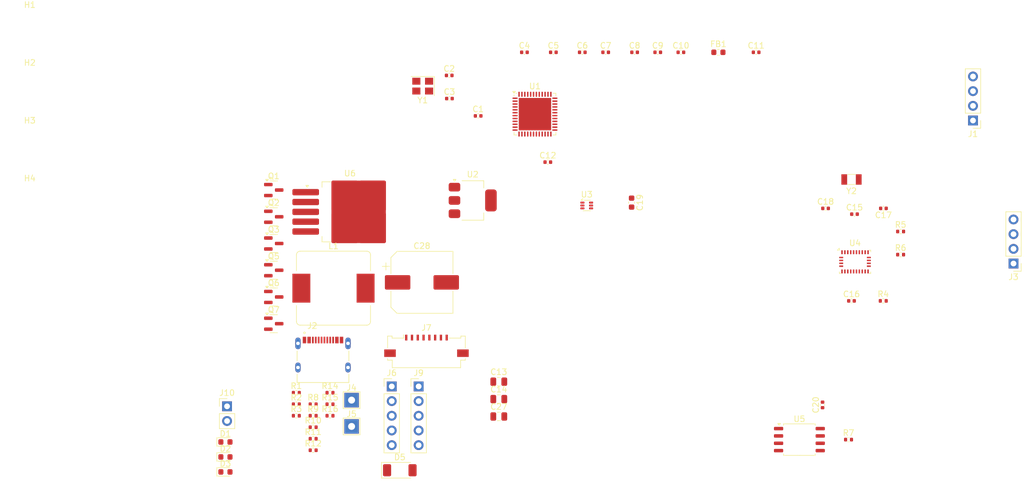
<source format=kicad_pcb>
(kicad_pcb (version 20240108) (generator "pcbnew") (generator_version "8.0")
  (layers (0 "F.Cu" signal) (31 "B.Cu" signal) (34 "B.Paste" user) (35 "F.Paste" user) (36 "B.SilkS" user "B.Silkscreen") (37 "F.SilkS" user "F.Silkscreen") (38 "B.Mask" user) (39 "F.Mask" user) (44 "Edge.Cuts" user))
  (net 0 "")
  (net 1 "GND")
  (net 2 "/NRST")
  (net 3 "/OSC_IN")
  (net 4 "/OSC_OUT")
  (net 5 "+3.3V")
  (net 6 "+3.3VA")
  (net 7 "Net-(U1-VCAP1)")
  (net 8 "+5V")
  (net 9 "Net-(U4-CAP)")
  (net 10 "Net-(U4-XOUT32)")
  (net 11 "Net-(U4-XIN32)")
  (net 12 "VCC")
  (net 13 "+BATT")
  (net 14 "/PWR_LED_K")
  (net 15 "/LED_G")
  (net 16 "Net-(D2-K)")
  (net 17 "Net-(D3-K)")
  (net 18 "/LED_B")
  (net 19 "Net-(D5-K)")
  (net 20 "/SWCLK")
  (net 21 "/SWDIO")
  (net 22 "/USB_D-")
  (net 24 "/USB_D+")
  (net 25 "Net-(J2-CC1)")
  (net 27 "Net-(J2-CC2)")
  (net 28 "/SCL")
  (net 29 "/SDA")
  (net 30 "Net-(J6-Pin_3)")
  (net 31 "Net-(J6-Pin_4)")
  (net 32 "Net-(J6-Pin_1)")
  (net 33 "/RX_RADIO")
  (net 34 "/S1_RF")
  (net 35 "/S2_RF")
  (net 36 "/TX_RADIO")
  (net 37 "/RADIO_NRST")
  (net 38 "Net-(J9-Pin_3)")
  (net 39 "Net-(J9-Pin_1)")
  (net 40 "Net-(J9-Pin_4)")
  (net 41 "/PWM")
  (net 42 "/E2B")
  (net 43 "/I2")
  (net 44 "/E2A")
  (net 45 "/E1B")
  (net 46 "/E1A")
  (net 47 "/I1")
  (net 48 "/BNO_NRST")
  (net 49 "/CS_FLASH")
  (net 51 "/S4")
  (net 52 "/SCLK")
  (net 53 "/S2")
  (net 54 "/TX")
  (net 57 "/MISO")
  (net 59 "/S5")
  (net 60 "/S6")
  (net 63 "/RX")
  (net 64 "/S1")
  (net 67 "/MOSI")
  (net 72 "Net-(U4-GNDIO-Pad15)")
  (footprint "Resistor_SMD:R_0402_1005Metric" (layer "F.Cu") (at 228.49 77)
    (property "Reference" "R4" (at 0 -1.17 0) (layer "F.SilkS"))
    (property "Value" "10k")
    (pad "1" smd roundrect (at -0.51 0) (size 0.54 0.64) (layers "F.Cu" "F.Paste" "F.Mask") (net 5 "+3.3V"))
    (pad "2" smd roundrect (at 0.51 0) (size 0.54 0.64) (layers "F.Cu" "F.Paste" "F.Mask") (net 48 "/BNO_NRST"))
  )
  (footprint "Connector_PinHeader_2.54mm:PinHeader_1x02_P2.54mm_Vertical" (layer "F.Cu") (at 115.09 95.24)
    (property "Reference" "J10" (at 0 -2.33 0) (layer "F.SilkS"))
    (property "Value" "Motor")
    (pad "1" thru_hole rect (at 0 0) (size 1.7 1.7) (drill 1) (layers "*.Cu" "*.Mask") (net 1 "GND"))
    (pad "2" thru_hole oval (at 0 2.54) (size 1.7 1.7) (drill 1) (layers "*.Cu" "*.Mask") (net 41 "/PWM"))
  )
  (footprint "Capacitor_SMD:C_0805_2012Metric" (layer "F.Cu") (at 162.05 93.99)
    (property "Reference" "C14" (at 0 -1.68 0) (layer "F.SilkS"))
    (property "Value" "22uF")
    (pad "1" smd roundrect (at -0.95 0) (size 1 1.45) (layers "F.Cu" "F.Paste" "F.Mask") (net 5 "+3.3V"))
    (pad "2" smd roundrect (at 0.95 0) (size 1 1.45) (layers "F.Cu" "F.Paste" "F.Mask") (net 1 "GND"))
  )
  (footprint "Capacitor_SMD:C_0402_1005Metric" (layer "F.Cu") (at 176.48 34)
    (property "Reference" "C6" (at 0 -1.16 0) (layer "F.SilkS"))
    (property "Value" "100nF")
    (pad "1" smd roundrect (at -0.48 0) (size 0.56 0.62) (layers "F.Cu" "F.Paste" "F.Mask") (net 5 "+3.3V"))
    (pad "2" smd roundrect (at 0.48 0) (size 0.56 0.62) (layers "F.Cu" "F.Paste" "F.Mask") (net 1 "GND"))
  )
  (footprint "USBC:HRO_TYPE-C-31-M-12" (layer "F.Cu") (at 131.6685 88.525)
    (property "Reference" "J2" (at -1.85 -7.205 0) (layer "F.SilkS"))
    (property "Value" "TYPE-C-31-M-12")
    (fp_poly (pts (xy -4.775 -3.62) (xy -4.775 -4.72) (xy -4.774 -4.744) (xy -4.773 -4.767) (xy -4.769 -4.79) (xy -4.765 -4.814) (xy -4.76 -4.836) (xy -4.753 -4.859) (xy -4.745 -4.881) (xy -4.736 -4.903) (xy -4.726 -4.924) (xy -4.715 -4.945) (xy -4.702 -4.965) (xy -4.689 -4.985) (xy -4.675 -5.003) (xy -4.659 -5.021) (xy -4.643 -5.038) (xy -4.626 -5.054) (xy -4.608 -5.07) (xy -4.59 -5.084) (xy -4.57 -5.097) (xy -4.55 -5.11) (xy -4.529 -5.121) (xy -4.508 -5.131) (xy -4.486 -5.14) (xy -4.464 -5.148) (xy -4.441 -5.155) (xy -4.419 -5.16) (xy -4.395 -5.164) (xy -4.372 -5.168) (xy -4.349 -5.169) (xy -4.325 -5.17) (xy -4.301 -5.169) (xy -4.278 -5.168) (xy -4.255 -5.164) (xy -4.231 -5.16) (xy -4.209 -5.155) (xy -4.186 -5.148) (xy -4.164 -5.14) (xy -4.142 -5.131) (xy -4.121 -5.121) (xy -4.1 -5.11) (xy -4.08 -5.097) (xy -4.06 -5.084) (xy -4.042 -5.07) (xy -4.024 -5.054) (xy -4.007 -5.038) (xy -3.991 -5.021) (xy -3.975 -5.003) (xy -3.961 -4.985) (xy -3.948 -4.965) (xy -3.935 -4.945) (xy -3.924 -4.924) (xy -3.914 -4.903) (xy -3.905 -4.881) (xy -3.897 -4.859) (xy -3.89 -4.836) (xy -3.885 -4.814) (xy -3.881 -4.79) (xy -3.877 -4.767) (xy -3.876 -4.744) (xy -3.875 -4.72) (xy -3.875 -3.62) (xy -3.876 -3.596) (xy -3.877 -3.573) (xy -3.881 -3.55) (xy -3.885 -3.526) (xy -3.89 -3.504) (xy -3.897 -3.481) (xy -3.905 -3.459) (xy -3.914 -3.437) (xy -3.924 -3.416) (xy -3.935 -3.395) (xy -3.948 -3.375) (xy -3.961 -3.355) (xy -3.975 -3.337) (xy -3.991 -3.319) (xy -4.007 -3.302) (xy -4.024 -3.286) (xy -4.042 -3.27) (xy -4.06 -3.256) (xy -4.08 -3.243) (xy -4.1 -3.23) (xy -4.121 -3.219) (xy -4.142 -3.209) (xy -4.164 -3.2) (xy -4.186 -3.192) (xy -4.209 -3.185) (xy -4.231 -3.18) (xy -4.255 -3.176) (xy -4.278 -3.172) (xy -4.301 -3.171) (xy -4.325 -3.17) (xy -4.349 -3.171) (xy -4.372 -3.172) (xy -4.395 -3.176) (xy -4.419 -3.18) (xy -4.441 -3.185) (xy -4.464 -3.192) (xy -4.486 -3.2) (xy -4.508 -3.209) (xy -4.529 -3.219) (xy -4.55 -3.23) (xy -4.57 -3.243) (xy -4.59 -3.256) (xy -4.608 -3.27) (xy -4.626 -3.286) (xy -4.643 -3.302) (xy -4.659 -3.319) (xy -4.675 -3.337) (xy -4.689 -3.355) (xy -4.702 -3.375) (xy -4.715 -3.395) (xy -4.726 -3.416) (xy -4.736 -3.437) (xy -4.745 -3.459) (xy -4.753 -3.481) (xy -4.76 -3.504) (xy -4.765 -3.526) (xy -4.769 -3.55) (xy -4.773 -3.573) (xy -4.774 -3.596) (xy -4.775 -3.62)) (stroke (width 0.01)) (fill solid) (layer "F.Cu"))
    (fp_poly (pts (xy -4.775 0.4) (xy -4.775 -0.4) (xy -4.774 -0.424) (xy -4.773 -0.447) (xy -4.769 -0.47) (xy -4.765 -0.494) (xy -4.76 -0.516) (xy -4.753 -0.539) (xy -4.745 -0.561) (xy -4.736 -0.583) (xy -4.726 -0.604) (xy -4.715 -0.625) (xy -4.702 -0.645) (xy -4.689 -0.665) (xy -4.675 -0.683) (xy -4.659 -0.701) (xy -4.643 -0.718) (xy -4.626 -0.734) (xy -4.608 -0.75) (xy -4.59 -0.764) (xy -4.57 -0.777) (xy -4.55 -0.79) (xy -4.529 -0.801) (xy -4.508 -0.811) (xy -4.486 -0.82) (xy -4.464 -0.828) (xy -4.441 -0.835) (xy -4.419 -0.84) (xy -4.395 -0.844) (xy -4.372 -0.848) (xy -4.349 -0.849) (xy -4.325 -0.85) (xy -4.301 -0.849) (xy -4.278 -0.848) (xy -4.255 -0.844) (xy -4.231 -0.84) (xy -4.209 -0.835) (xy -4.186 -0.828) (xy -4.164 -0.82) (xy -4.142 -0.811) (xy -4.121 -0.801) (xy -4.1 -0.79) (xy -4.08 -0.777) (xy -4.06 -0.764) (xy -4.042 -0.75) (xy -4.024 -0.734) (xy -4.007 -0.718) (xy -3.991 -0.701) (xy -3.975 -0.683) (xy -3.961 -0.665) (xy -3.948 -0.645) (xy -3.935 -0.625) (xy -3.924 -0.604) (xy -3.914 -0.583) (xy -3.905 -0.561) (xy -3.897 -0.539) (xy -3.89 -0.516) (xy -3.885 -0.494) (xy -3.881 -0.47) (xy -3.877 -0.447) (xy -3.876 -0.424) (xy -3.875 -0.4) (xy -3.875 0.4) (xy -3.876 0.424) (xy -3.877 0.447) (xy -3.881 0.47) (xy -3.885 0.494) (xy -3.89 0.516) (xy -3.897 0.539) (xy -3.905 0.561) (xy -3.914 0.583) (xy -3.924 0.604) (xy -3.935 0.625) (xy -3.948 0.645) (xy -3.961 0.665) (xy -3.975 0.683) (xy -3.991 0.701) (xy -4.007 0.718) (xy -4.024 0.734) (xy -4.042 0.75) (xy -4.06 0.764) (xy -4.08 0.777) (xy -4.1 0.79) (xy -4.121 0.801) (xy -4.142 0.811) (xy -4.164 0.82) (xy -4.186 0.828) (xy -4.209 0.835) (xy -4.231 0.84) (xy -4.255 0.844) (xy -4.278 0.848) (xy -4.301 0.849) (xy -4.325 0.85) (xy -4.349 0.849) (xy -4.372 0.848) (xy -4.395 0.844) (xy -4.419 0.84) (xy -4.441 0.835) (xy -4.464 0.828) (xy -4.486 0.82) (xy -4.508 0.811) (xy -4.529 0.801) (xy -4.55 0.79) (xy -4.57 0.777) (xy -4.59 0.764) (xy -4.608 0.75) (xy -4.626 0.734) (xy -4.643 0.718) (xy -4.659 0.701) (xy -4.675 0.683) (xy -4.689 0.665) (xy -4.702 0.645) (xy -4.715 0.625) (xy -4.726 0.604) (xy -4.736 0.583) (xy -4.745 0.561) (xy -4.753 0.539) (xy -4.76 0.516) (xy -4.765 0.494) (xy -4.769 0.47) (xy -4.773 0.447) (xy -4.774 0.424) (xy -4.775 0.4)) (stroke (width 0.01)) (fill solid) (layer "F.Cu"))
    (fp_poly (pts (xy 3.875 -3.62) (xy 3.875 -4.72) (xy 3.876 -4.744) (xy 3.877 -4.767) (xy 3.881 -4.79) (xy 3.885 -4.814) (xy 3.89 -4.836) (xy 3.897 -4.859) (xy 3.905 -4.881) (xy 3.914 -4.903) (xy 3.924 -4.924) (xy 3.935 -4.945) (xy 3.948 -4.965) (xy 3.961 -4.985) (xy 3.975 -5.003) (xy 3.991 -5.021) (xy 4.007 -5.038) (xy 4.024 -5.054) (xy 4.042 -5.07) (xy 4.06 -5.084) (xy 4.08 -5.097) (xy 4.1 -5.11) (xy 4.121 -5.121) (xy 4.142 -5.131) (xy 4.164 -5.14) (xy 4.186 -5.148) (xy 4.209 -5.155) (xy 4.231 -5.16) (xy 4.255 -5.164) (xy 4.278 -5.168) (xy 4.301 -5.169) (xy 4.325 -5.17) (xy 4.349 -5.169) (xy 4.372 -5.168) (xy 4.395 -5.164) (xy 4.419 -5.16) (xy 4.441 -5.155) (xy 4.464 -5.148) (xy 4.486 -5.14) (xy 4.508 -5.131) (xy 4.529 -5.121) (xy 4.55 -5.11) (xy 4.57 -5.097) (xy 4.59 -5.084) (xy 4.608 -5.07) (xy 4.626 -5.054) (xy 4.643 -5.038) (xy 4.659 -5.021) (xy 4.675 -5.003) (xy 4.689 -4.985) (xy 4.702 -4.965) (xy 4.715 -4.945) (xy 4.726 -4.924) (xy 4.736 -4.903) (xy 4.745 -4.881) (xy 4.753 -4.859) (xy 4.76 -4.836) (xy 4.765 -4.814) (xy 4.769 -4.79) (xy 4.773 -4.767) (xy 4.774 -4.744) (xy 4.775 -4.72) (xy 4.775 -3.62) (xy 4.774 -3.596) (xy 4.773 -3.573) (xy 4.769 -3.55) (xy 4.765 -3.526) (xy 4.76 -3.504) (xy 4.753 -3.481) (xy 4.745 -3.459) (xy 4.736 -3.437) (xy 4.726 -3.416) (xy 4.715 -3.395) (xy 4.702 -3.375) (xy 4.689 -3.355) (xy 4.675 -3.337) (xy 4.659 -3.319) (xy 4.643 -3.302) (xy 4.626 -3.286) (xy 4.608 -3.27) (xy 4.59 -3.256) (xy 4.57 -3.243) (xy 4.55 -3.23) (xy 4.529 -3.219) (xy 4.508 -3.209) (xy 4.486 -3.2) (xy 4.464 -3.192) (xy 4.441 -3.185) (xy 4.419 -3.18) (xy 4.395 -3.176) (xy 4.372 -3.172) (xy 4.349 -3.171) (xy 4.325 -3.17) (xy 4.301 -3.171) (xy 4.278 -3.172) (xy 4.255 -3.176) (xy 4.231 -3.18) (xy 4.209 -3.185) (xy 4.186 -3.192) (xy 4.164 -3.2) (xy 4.142 -3.209) (xy 4.121 -3.219) (xy 4.1 -3.23) (xy 4.08 -3.243) (xy 4.06 -3.256) (xy 4.042 -3.27) (xy 4.024 -3.286) (xy 4.007 -3.302) (xy 3.991 -3.319) (xy 3.975 -3.337) (xy 3.961 -3.355) (xy 3.948 -3.375) (xy 3.935 -3.395) (xy 3.924 -3.416) (xy 3.914 -3.437) (xy 3.905 -3.459) (xy 3.897 -3.481) (xy 3.89 -3.504) (xy 3.885 -3.526) (xy 3.881 -3.55) (xy 3.877 -3.573) (xy 3.876 -3.596) (xy 3.875 -3.62)) (stroke (width 0.01)) (fill solid) (layer "F.Cu"))
    (fp_poly (pts (xy 3.875 0.4) (xy 3.875 -0.4) (xy 3.876 -0.424) (xy 3.877 -0.447) (xy 3.881 -0.47) (xy 3.885 -0.494) (xy 3.89 -0.516) (xy 3.897 -0.539) (xy 3.905 -0.561) (xy 3.914 -0.583) (xy 3.924 -0.604) (xy 3.935 -0.625) (xy 3.948 -0.645) (xy 3.961 -0.665) (xy 3.975 -0.683) (xy 3.991 -0.701) (xy 4.007 -0.718) (xy 4.024 -0.734) (xy 4.042 -0.75) (xy 4.06 -0.764) (xy 4.08 -0.777) (xy 4.1 -0.79) (xy 4.121 -0.801) (xy 4.142 -0.811) (xy 4.164 -0.82) (xy 4.186 -0.828) (xy 4.209 -0.835) (xy 4.231 -0.84) (xy 4.255 -0.844) (xy 4.278 -0.848) (xy 4.301 -0.849) (xy 4.325 -0.85) (xy 4.349 -0.849) (xy 4.372 -0.848) (xy 4.395 -0.844) (xy 4.419 -0.84) (xy 4.441 -0.835) (xy 4.464 -0.828) (xy 4.486 -0.82) (xy 4.508 -0.811) (xy 4.529 -0.801) (xy 4.55 -0.79) (xy 4.57 -0.777) (xy 4.59 -0.764) (xy 4.608 -0.75) (xy 4.626 -0.734) (xy 4.643 -0.718) (xy 4.659 -0.701) (xy 4.675 -0.683) (xy 4.689 -0.665) (xy 4.702 -0.645) (xy 4.715 -0.625) (xy 4.726 -0.604) (xy 4.736 -0.583) (xy 4.745 -0.561) (xy 4.753 -0.539) (xy 4.76 -0.516) (xy 4.765 -0.494) (xy 4.769 -0.47) (xy 4.773 -0.447) (xy 4.774 -0.424) (xy 4.775 -0.4) (xy 4.775 0.4) (xy 4.774 0.424) (xy 4.773 0.447) (xy 4.769 0.47) (xy 4.765 0.494) (xy 4.76 0.516) (xy 4.753 0.539) (xy 4.745 0.561) (xy 4.736 0.583) (xy 4.726 0.604) (xy 4.715 0.625) (xy 4.702 0.645) (xy 4.689 0.665) (xy 4.675 0.683) (xy 4.659 0.701) (xy 4.643 0.718) (xy 4.626 0.734) (xy 4.608 0.75) (xy 4.59 0.764) (xy 4.57 0.777) (xy 4.55 0.79) (xy 4.529 0.801) (xy 4.508 0.811) (xy 4.486 0.82) (xy 4.464 0.828) (xy 4.441 0.835) (xy 4.419 0.84) (xy 4.395 0.844) (xy 4.372 0.848) (xy 4.349 0.849) (xy 4.325 0.85) (xy 4.301 0.849) (xy 4.278 0.848) (xy 4.255 0.844) (xy 4.231 0.84) (xy 4.209 0.835) (xy 4.186 0.828) (xy 4.164 0.82) (xy 4.142 0.811) (xy 4.121 0.801) (xy 4.1 0.79) (xy 4.08 0.777) (xy 4.06 0.764) (xy 4.042 0.75) (xy 4.024 0.734) (xy 4.007 0.718) (xy 3.991 0.701) (xy 3.975 0.683) (xy 3.961 0.665) (xy 3.948 0.645) (xy 3.935 0.625) (xy 3.924 0.604) (xy 3.914 0.583) (xy 3.905 0.561) (xy 3.897 0.539) (xy 3.89 0.516) (xy 3.885 0.494) (xy 3.881 0.47) (xy 3.877 0.447) (xy 3.876 0.424) (xy 3.875 0.4)) (stroke (width 0.01)) (fill solid) (layer "F.Cu"))
    (fp_poly (pts (xy -4.775 -3.62) (xy -4.775 -4.72) (xy -4.774 -4.744) (xy -4.773 -4.767) (xy -4.769 -4.79) (xy -4.765 -4.814) (xy -4.76 -4.836) (xy -4.753 -4.859) (xy -4.745 -4.881) (xy -4.736 -4.903) (xy -4.726 -4.924) (xy -4.715 -4.945) (xy -4.702 -4.965) (xy -4.689 -4.985) (xy -4.675 -5.003) (xy -4.659 -5.021) (xy -4.643 -5.038) (xy -4.626 -5.054) (xy -4.608 -5.07) (xy -4.59 -5.084) (xy -4.57 -5.097) (xy -4.55 -5.11) (xy -4.529 -5.121) (xy -4.508 -5.131) (xy -4.486 -5.14) (xy -4.464 -5.148) (xy -4.441 -5.155) (xy -4.419 -5.16) (xy -4.395 -5.164) (xy -4.372 -5.168) (xy -4.349 -5.169) (xy -4.325 -5.17) (xy -4.301 -5.169) (xy -4.278 -5.168) (xy -4.255 -5.164) (xy -4.231 -5.16) (xy -4.209 -5.155) (xy -4.186 -5.148) (xy -4.164 -5.14) (xy -4.142 -5.131) (xy -4.121 -5.121) (xy -4.1 -5.11) (xy -4.08 -5.097) (xy -4.06 -5.084) (xy -4.042 -5.07) (xy -4.024 -5.054) (xy -4.007 -5.038) (xy -3.991 -5.021) (xy -3.975 -5.003) (xy -3.961 -4.985) (xy -3.948 -4.965) (xy -3.935 -4.945) (xy -3.924 -4.924) (xy -3.914 -4.903) (xy -3.905 -4.881) (xy -3.897 -4.859) (xy -3.89 -4.836) (xy -3.885 -4.814) (xy -3.881 -4.79) (xy -3.877 -4.767) (xy -3.876 -4.744) (xy -3.875 -4.72) (xy -3.875 -3.62) (xy -3.876 -3.596) (xy -3.877 -3.573) (xy -3.881 -3.55) (xy -3.885 -3.526) (xy -3.89 -3.504) (xy -3.897 -3.481) (xy -3.905 -3.459) (xy -3.914 -3.437) (xy -3.924 -3.416) (xy -3.935 -3.395) (xy -3.948 -3.375) (xy -3.961 -3.355) (xy -3.975 -3.337) (xy -3.991 -3.319) (xy -4.007 -3.302) (xy -4.024 -3.286) (xy -4.042 -3.27) (xy -4.06 -3.256) (xy -4.08 -3.243) (xy -4.1 -3.23) (xy -4.121 -3.219) (xy -4.142 -3.209) (xy -4.164 -3.2) (xy -4.186 -3.192) (xy -4.209 -3.185) (xy -4.231 -3.18) (xy -4.255 -3.176) (xy -4.278 -3.172) (xy -4.301 -3.171) (xy -4.325 -3.17) (xy -4.349 -3.171) (xy -4.372 -3.172) (xy -4.395 -3.176) (xy -4.419 -3.18) (xy -4.441 -3.185) (xy -4.464 -3.192) (xy -4.486 -3.2) (xy -4.508 -3.209) (xy -4.529 -3.219) (xy -4.55 -3.23) (xy -4.57 -3.243) (xy -4.59 -3.256) (xy -4.608 -3.27) (xy -4.626 -3.286) (xy -4.643 -3.302) (xy -4.659 -3.319) (xy -4.675 -3.337) (xy -4.689 -3.355) (xy -4.702 -3.375) (xy -4.715 -3.395) (xy -4.726 -3.416) (xy -4.736 -3.437) (xy -4.745 -3.459) (xy -4.753 -3.481) (xy -4.76 -3.504) (xy -4.765 -3.526) (xy -4.769 -3.55) (xy -4.773 -3.573) (xy -4.774 -3.596) (xy -4.775 -3.62)) (stroke (width 0.01)) (fill solid) (layer "B.Cu"))
    (fp_poly (pts (xy -4.775 0.4) (xy -4.775 -0.4) (xy -4.774 -0.424) (xy -4.773 -0.447) (xy -4.769 -0.47) (xy -4.765 -0.494) (xy -4.76 -0.516) (xy -4.753 -0.539) (xy -4.745 -0.561) (xy -4.736 -0.583) (xy -4.726 -0.604) (xy -4.715 -0.625) (xy -4.702 -0.645) (xy -4.689 -0.665) (xy -4.675 -0.683) (xy -4.659 -0.701) (xy -4.643 -0.718) (xy -4.626 -0.734) (xy -4.608 -0.75) (xy -4.59 -0.764) (xy -4.57 -0.777) (xy -4.55 -0.79) (xy -4.529 -0.801) (xy -4.508 -0.811) (xy -4.486 -0.82) (xy -4.464 -0.828) (xy -4.441 -0.835) (xy -4.419 -0.84) (xy -4.395 -0.844) (xy -4.372 -0.848) (xy -4.349 -0.849) (xy -4.325 -0.85) (xy -4.301 -0.849) (xy -4.278 -0.848) (xy -4.255 -0.844) (xy -4.231 -0.84) (xy -4.209 -0.835) (xy -4.186 -0.828) (xy -4.164 -0.82) (xy -4.142 -0.811) (xy -4.121 -0.801) (xy -4.1 -0.79) (xy -4.08 -0.777) (xy -4.06 -0.764) (xy -4.042 -0.75) (xy -4.024 -0.734) (xy -4.007 -0.718) (xy -3.991 -0.701) (xy -3.975 -0.683) (xy -3.961 -0.665) (xy -3.948 -0.645) (xy -3.935 -0.625) (xy -3.924 -0.604) (xy -3.914 -0.583) (xy -3.905 -0.561) (xy -3.897 -0.539) (xy -3.89 -0.516) (xy -3.885 -0.494) (xy -3.881 -0.47) (xy -3.877 -0.447) (xy -3.876 -0.424) (xy -3.875 -0.4) (xy -3.875 0.4) (xy -3.876 0.424) (xy -3.877 0.447) (xy -3.881 0.47) (xy -3.885 0.494) (xy -3.89 0.516) (xy -3.897 0.539) (xy -3.905 0.561) (xy -3.914 0.583) (xy -3.924 0.604) (xy -3.935 0.625) (xy -3.948 0.645) (xy -3.961 0.665) (xy -3.975 0.683) (xy -3.991 0.701) (xy -4.007 0.718) (xy -4.024 0.734) (xy -4.042 0.75) (xy -4.06 0.764) (xy -4.08 0.777) (xy -4.1 0.79) (xy -4.121 0.801) (xy -4.142 0.811) (xy -4.164 0.82) (xy -4.186 0.828) (xy -4.209 0.835) (xy -4.231 0.84) (xy -4.255 0.844) (xy -4.278 0.848) (xy -4.301 0.849) (xy -4.325 0.85) (xy -4.349 0.849) (xy -4.372 0.848) (xy -4.395 0.844) (xy -4.419 0.84) (xy -4.441 0.835) (xy -4.464 0.828) (xy -4.486 0.82) (xy -4.508 0.811) (xy -4.529 0.801) (xy -4.55 0.79) (xy -4.57 0.777) (xy -4.59 0.764) (xy -4.608 0.75) (xy -4.626 0.734) (xy -4.643 0.718) (xy -4.659 0.701) (xy -4.675 0.683) (xy -4.689 0.665) (xy -4.702 0.645) (xy -4.715 0.625) (xy -4.726 0.604) (xy -4.736 0.583) (xy -4.745 0.561) (xy -4.753 0.539) (xy -4.76 0.516) (xy -4.765 0.494) (xy -4.769 0.47) (xy -4.773 0.447) (xy -4.774 0.424) (xy -4.775 0.4)) (stroke (width 0.01)) (fill solid) (layer "B.Cu"))
    (fp_poly (pts (xy 3.875 -3.62) (xy 3.875 -4.72) (xy 3.876 -4.744) (xy 3.877 -4.767) (xy 3.881 -4.79) (xy 3.885 -4.814) (xy 3.89 -4.836) (xy 3.897 -4.859) (xy 3.905 -4.881) (xy 3.914 -4.903) (xy 3.924 -4.924) (xy 3.935 -4.945) (xy 3.948 -4.965) (xy 3.961 -4.985) (xy 3.975 -5.003) (xy 3.991 -5.021) (xy 4.007 -5.038) (xy 4.024 -5.054) (xy 4.042 -5.07) (xy 4.06 -5.084) (xy 4.08 -5.097) (xy 4.1 -5.11) (xy 4.121 -5.121) (xy 4.142 -5.131) (xy 4.164 -5.14) (xy 4.186 -5.148) (xy 4.209 -5.155) (xy 4.231 -5.16) (xy 4.255 -5.164) (xy 4.278 -5.168) (xy 4.301 -5.169) (xy 4.325 -5.17) (xy 4.349 -5.169) (xy 4.372 -5.168) (xy 4.395 -5.164) (xy 4.419 -5.16) (xy 4.441 -5.155) (xy 4.464 -5.148) (xy 4.486 -5.14) (xy 4.508 -5.131) (xy 4.529 -5.121) (xy 4.55 -5.11) (xy 4.57 -5.097) (xy 4.59 -5.084) (xy 4.608 -5.07) (xy 4.626 -5.054) (xy 4.643 -5.038) (xy 4.659 -5.021) (xy 4.675 -5.003) (xy 4.689 -4.985) (xy 4.702 -4.965) (xy 4.715 -4.945) (xy 4.726 -4.924) (xy 4.736 -4.903) (xy 4.745 -4.881) (xy 4.753 -4.859) (xy 4.76 -4.836) (xy 4.765 -4.814) (xy 4.769 -4.79) (xy 4.773 -4.767) (xy 4.774 -4.744) (xy 4.775 -4.72) (xy 4.775 -3.62) (xy 4.774 -3.596) (xy 4.773 -3.573) (xy 4.769 -3.55) (xy 4.765 -3.526) (xy 4.76 -3.504) (xy 4.753 -3.481) (xy 4.745 -3.459) (xy 4.736 -3.437) (xy 4.726 -3.416) (xy 4.715 -3.395) (xy 4.702 -3.375) (xy 4.689 -3.355) (xy 4.675 -3.337) (xy 4.659 -3.319) (xy 4.643 -3.302) (xy 4.626 -3.286) (xy 4.608 -3.27) (xy 4.59 -3.256) (xy 4.57 -3.243) (xy 4.55 -3.23) (xy 4.529 -3.219) (xy 4.508 -3.209) (xy 4.486 -3.2) (xy 4.464 -3.192) (xy 4.441 -3.185) (xy 4.419 -3.18) (xy 4.395 -3.176) (xy 4.372 -3.172) (xy 4.349 -3.171) (xy 4.325 -3.17) (xy 4.301 -3.171) (xy 4.278 -3.172) (xy 4.255 -3.176) (xy 4.231 -3.18) (xy 4.209 -3.185) (xy 4.186 -3.192) (xy 4.164 -3.2) (xy 4.142 -3.209) (xy 4.121 -3.219) (xy 4.1 -3.23) (xy 4.08 -3.243) (xy 4.06 -3.256) (xy 4.042 -3.27) (xy 4.024 -3.286) (xy 4.007 -3.302) (xy 3.991 -3.319) (xy 3.975 -3.337) (xy 3.961 -3.355) (xy 3.948 -3.375) (xy 3.935 -3.395) (xy 3.924 -3.416) (xy 3.914 -3.437) (xy 3.905 -3.459) (xy 3.897 -3.481) (xy 3.89 -3.504) (xy 3.885 -3.526) (xy 3.881 -3.55) (xy 3.877 -3.573) (xy 3.876 -3.596) (xy 3.875 -3.62)) (stroke (width 0.01)) (fill solid) (layer "B.Cu"))
    (fp_poly (pts (xy 3.875 0.4) (xy 3.875 -0.4) (xy 3.876 -0.424) (xy 3.877 -0.447) (xy 3.881 -0.47) (xy 3.885 -0.494) (xy 3.89 -0.516) (xy 3.897 -0.539) (xy 3.905 -0.561) (xy 3.914 -0.583) (xy 3.924 -0.604) (xy 3.935 -0.625) (xy 3.948 -0.645) (xy 3.961 -0.665) (xy 3.975 -0.683) (xy 3.991 -0.701) (xy 4.007 -0.718) (xy 4.024 -0.734) (xy 4.042 -0.75) (xy 4.06 -0.764) (xy 4.08 -0.777) (xy 4.1 -0.79) (xy 4.121 -0.801) (xy 4.142 -0.811) (xy 4.164 -0.82) (xy 4.186 -0.828) (xy 4.209 -0.835) (xy 4.231 -0.84) (xy 4.255 -0.844) (xy 4.278 -0.848) (xy 4.301 -0.849) (xy 4.325 -0.85) (xy 4.349 -0.849) (xy 4.372 -0.848) (xy 4.395 -0.844) (xy 4.419 -0.84) (xy 4.441 -0.835) (xy 4.464 -0.828) (xy 4.486 -0.82) (xy 4.508 -0.811) (xy 4.529 -0.801) (xy 4.55 -0.79) (xy 4.57 -0.777) (xy 4.59 -0.764) (xy 4.608 -0.75) (xy 4.626 -0.734) (xy 4.643 -0.718) (xy 4.659 -0.701) (xy 4.675 -0.683) (xy 4.689 -0.665) (xy 4.702 -0.645) (xy 4.715 -0.625) (xy 4.726 -0.604) (xy 4.736 -0.583) (xy 4.745 -0.561) (xy 4.753 -0.539) (xy 4.76 -0.516) (xy 4.765 -0.494) (xy 4.769 -0.47) (xy 4.773 -0.447) (xy 4.774 -0.424) (xy 4.775 -0.4) (xy 4.775 0.4) (xy 4.774 0.424) (xy 4.773 0.447) (xy 4.769 0.47) (xy 4.765 0.494) (xy 4.76 0.516) (xy 4.753 0.539) (xy 4.745 0.561) (xy 4.736 0.583) (xy 4.726 0.604) (xy 4.715 0.625) (xy 4.702 0.645) (xy 4.689 0.665) (xy 4.675 0.683) (xy 4.659 0.701) (xy 4.643 0.718) (xy 4.626 0.734) (xy 4.608 0.75) (xy 4.59 0.764) (xy 4.57 0.777) (xy 4.55 0.79) (xy 4.529 0.801) (xy 4.508 0.811) (xy 4.486 0.82) (xy 4.464 0.828) (xy 4.441 0.835) (xy 4.419 0.84) (xy 4.395 0.844) (xy 4.372 0.848) (xy 4.349 0.849) (xy 4.325 0.85) (xy 4.301 0.849) (xy 4.278 0.848) (xy 4.255 0.844) (xy 4.231 0.84) (xy 4.209 0.835) (xy 4.186 0.828) (xy 4.164 0.82) (xy 4.142 0.811) (xy 4.121 0.801) (xy 4.1 0.79) (xy 4.08 0.777) (xy 4.06 0.764) (xy 4.042 0.75) (xy 4.024 0.734) (xy 4.007 0.718) (xy 3.991 0.701) (xy 3.975 0.683) (xy 3.961 0.665) (xy 3.948 0.645) (xy 3.935 0.625) (xy 3.924 0.604) (xy 3.914 0.583) (xy 3.905 0.561) (xy 3.897 0.539) (xy 3.89 0.516) (xy 3.885 0.494) (xy 3.881 0.47) (xy 3.877 0.447) (xy 3.876 0.424) (xy 3.875 0.4)) (stroke (width 0.01)) (fill solid) (layer "B.Cu"))
    (fp_line (start -4.625 -3.62) (end -4.625 -4.72) (stroke (width 0.01)) (layer "Edge.Cuts"))
    (fp_line (start -4.625 0.4) (end -4.625 -0.4) (stroke (width 0.01)) (layer "Edge.Cuts"))
    (fp_line (start -4.025 -4.72) (end -4.025 -3.62) (stroke (width 0.01)) (layer "Edge.Cuts"))
    (fp_line (start -4.025 -0.4) (end -4.025 0.4) (stroke (width 0.01)) (layer "Edge.Cuts"))
    (fp_line (start 4.025 -3.62) (end 4.025 -4.72) (stroke (width 0.01)) (layer "Edge.Cuts"))
    (fp_line (start 4.025 0.4) (end 4.025 -0.4) (stroke (width 0.01)) (layer "Edge.Cuts"))
    (fp_line (start 4.625 -4.72) (end 4.625 -3.62) (stroke (width 0.01)) (layer "Edge.Cuts"))
    (fp_line (start 4.625 -0.4) (end 4.625 0.4) (stroke (width 0.01)) (layer "Edge.Cuts"))
    (fp_arc (start -4.625 -4.72) (mid -4.537132 -4.932132) (end -4.325 -5.02) (stroke (width 0.01)) (layer "Edge.Cuts"))
    (fp_arc (start -4.625 -0.4) (mid -4.537132 -0.612132) (end -4.325 -0.7) (stroke (width 0.01)) (layer "Edge.Cuts"))
    (fp_arc (start -4.325 -5.02) (mid -4.112868 -4.932132) (end -4.025 -4.72) (stroke (width 0.01)) (layer "Edge.Cuts"))
    (fp_arc (start -4.325 -3.32) (mid -4.537132 -3.407868) (end -4.625 -3.62) (stroke (width 0.01)) (layer "Edge.Cuts"))
    (fp_arc (start -4.325 -0.7) (mid -4.112868 -0.612132) (end -4.025 -0.4) (stroke (width 0.01)) (layer "Edge.Cuts"))
    (fp_arc (start -4.325 0.7) (mid -4.537132 0.612132) (end -4.625 0.4) (stroke (width 0.01)) (layer "Edge.Cuts"))
    (fp_arc (start -4.025 -3.62) (mid -4.112868 -3.407868) (end -4.325 -3.32) (stroke (width 0.01)) (layer "Edge.Cuts"))
    (fp_arc (start -4.025 0.4) (mid -4.112868 0.612132) (end -4.325 0.7) (stroke (width 0.01)) (layer "Edge.Cuts"))
    (fp_arc (start 4.025 -4.72) (mid 4.112868 -4.932132) (end 4.325 -5.02) (stroke (width 0.01)) (layer "Edge.Cuts"))
    (fp_arc (start 4.025 -0.4) (mid 4.112868 -0.612132) (end 4.325 -0.7) (stroke (width 0.01)) (layer "Edge.Cuts"))
    (fp_arc (start 4.325 -5.02) (mid 4.537132 -4.932132) (end 4.625 -4.72) (stroke (width 0.01)) (layer "Edge.Cuts"))
    (fp_arc (start 4.325 -3.32) (mid 4.112868 -3.407868) (end 4.025 -3.62) (stroke (width 0.01)) (layer "Edge.Cuts"))
    (fp_arc (start 4.325 -0.7) (mid 4.537132 -0.612132) (end 4.625 -0.4) (stroke (width 0.01)) (layer "Edge.Cuts"))
    (fp_arc (start 4.325 0.7) (mid 4.112868 0.612132) (end 4.025 0.4) (stroke (width 0.01)) (layer "Edge.Cuts"))
    (fp_arc (start 4.625 -3.62) (mid 4.537132 -3.407868) (end 4.325 -3.32) (stroke (width 0.01)) (layer "Edge.Cuts"))
    (fp_arc (start 4.625 0.4) (mid 4.537132 0.612132) (end 4.325 0.7) (stroke (width 0.01)) (layer "Edge.Cuts"))
    (pad "" np_thru_hole circle (at -2.89 -3.68) (size 0.6 0.6) (drill 0.6) (layers "*.Cu" "*.Mask"))
    (pad "" np_thru_hole circle (at 2.89 -3.68) (size 0.6 0.6) (drill 0.6) (layers "*.Cu" "*.Mask"))
    (pad "A1/B12" smd rect (at -3.2 -4.75) (size 0.6 1.14) (layers "F.Cu" "F.Paste") (net 1 "GND"))
    (pad "A4/B9" smd rect (at -2.4 -4.75) (size 0.6 1.14) (layers "F.Cu" "F.Paste") (net 8 "+5V"))
    (pad "A5" smd rect (at -1.25 -4.75) (size 0.3 1.14) (layers "F.Cu" "F.Paste") (net 25 "Net-(J2-CC1)"))
    (pad "A6" smd rect (at -0.25 -4.75) (size 0.3 1.14) (layers "F.Cu" "F.Paste") (net 24 "/USB_D+"))
    (pad "A7" smd rect (at 0.25 -4.75) (size 0.3 1.14) (layers "F.Cu" "F.Paste") (net 22 "/USB_D-"))
    (pad "A8" smd rect (at 1.25 -4.75) (size 0.3 1.14) (layers "F.Cu" "F.Paste"))
    (pad "B1/A12" smd rect (at 3.2 -4.75) (size 0.6 1.14) (layers "F.Cu" "F.Paste") (net 1 "GND"))
    (pad "B4/A9" smd rect (at 2.4 -4.75) (size 0.6 1.14) (layers "F.Cu" "F.Paste") (net 8 "+5V"))
    (pad "B5" smd rect (at 1.75 -4.75) (size 0.3 1.14) (layers "F.Cu" "F.Paste") (net 27 "Net-(J2-CC2)"))
    (pad "B6" smd rect (at 0.75 -4.75) (size 0.3 1.14) (layers "F.Cu" "F.Paste") (net 24 "/USB_D+"))
    (pad "B7" smd rect (at -0.75 -4.75) (size 0.3 1.14) (layers "F.Cu" "F.Paste") (net 22 "/USB_D-"))
    (pad "B8" smd rect (at -1.75 -4.75) (size 0.3 1.14) (layers "F.Cu" "F.Paste"))
    (pad "S1" thru_hole circle (at -4.325 -4.17) (size 0.9 0.9) (drill 0.6) (layers "*.Cu") (net 1 "GND"))
    (pad "S2" thru_hole circle (at 4.325 -4.17) (size 0.9 0.9) (drill 0.6) (layers "*.Cu") (net 1 "GND"))
    (pad "S3" thru_hole circle (at -4.325 0) (size 0.9 0.9) (drill 0.6) (layers "*.Cu") (net 1 "GND"))
    (pad "S4" thru_hole circle (at 4.325 0) (size 0.9 0.9) (drill 0.6) (layers "*.Cu") (net 1 "GND"))
  )
  (footprint "Resistor_SMD:R_0402_1005Metric" (layer "F.Cu") (at 129.97 100.85)
    (property "Reference" "R11" (at 0 -1.17 0) (layer "F.SilkS"))
    (property "Value" "1k")
    (pad "1" smd roundrect (at -0.51 0) (size 0.54 0.64) (layers "F.Cu" "F.Paste" "F.Mask") (net 1 "GND"))
    (pad "2" smd roundrect (at 0.51 0) (size 0.54 0.64) (layers "F.Cu" "F.Paste" "F.Mask") (net 43 "/I2"))
  )
  (footprint "Capacitor_SMD:C_0402_1005Metric" (layer "F.Cu") (at 206.52 34)
    (property "Reference" "C11" (at 0 -1.16 0) (layer "F.SilkS"))
    (property "Value" "1uF")
    (pad "1" smd roundrect (at -0.48 0) (size 0.56 0.62) (layers "F.Cu" "F.Paste" "F.Mask") (net 5 "+3.3V"))
    (pad "2" smd roundrect (at 0.48 0) (size 0.56 0.62) (layers "F.Cu" "F.Paste" "F.Mask") (net 1 "GND"))
  )
  (footprint "Package_TO_SOT_SMD:SOT-563" (layer "F.Cu") (at 177.25 60.5)
    (property "Reference" "U3" (at 0 -1.9 0) (layer "F.SilkS"))
    (property "Value" "TMP102xxDRL")
    (pad "1" smd roundrect (at -0.75 -0.5) (size 0.7 0.34) (layers "F.Cu" "F.Paste" "F.Mask"))
    (pad "2" smd roundrect (at -0.75 0) (size 0.7 0.34) (layers "F.Cu" "F.Paste" "F.Mask") (net 1 "GND"))
    (pad "3" smd roundrect (at -0.75 0.5) (size 0.7 0.34) (layers "F.Cu" "F.Paste" "F.Mask"))
    (pad "4" smd roundrect (at 0.75 0.5) (size 0.7 0.34) (layers "F.Cu" "F.Paste" "F.Mask") (net 1 "GND"))
    (pad "5" smd roundrect (at 0.75 0) (size 0.7 0.34) (layers "F.Cu" "F.Paste" "F.Mask") (net 12 "VCC"))
    (pad "6" smd roundrect (at 0.75 -0.5) (size 0.7 0.34) (layers "F.Cu" "F.Paste" "F.Mask"))
  )
  (footprint "Crystal:Crystal_SMD_3225-4Pin_3.2x2.5mm" (layer "F.Cu") (at 148.9 39.85 180)
    (property "Reference" "Y1" (at 0 -2.45 360) (layer "F.SilkS"))
    (property "Value" "16MHz")
    (pad "1" smd rect (at -1.1 0.85 180) (size 1.4 1.2) (layers "F.Cu" "F.Paste" "F.Mask") (net 3 "/OSC_IN"))
    (pad "2" smd rect (at 1.1 0.85 180) (size 1.4 1.2) (layers "F.Cu" "F.Paste" "F.Mask") (net 1 "GND"))
    (pad "3" smd rect (at 1.1 -0.85 180) (size 1.4 1.2) (layers "F.Cu" "F.Paste" "F.Mask") (net 4 "/OSC_OUT"))
    (pad "4" smd rect (at -1.1 -0.85 180) (size 1.4 1.2) (layers "F.Cu" "F.Paste" "F.Mask") (net 1 "GND"))
  )
  (footprint "Connector_PinHeader_2.54mm:PinHeader_1x04_P2.54mm_Vertical" (layer "F.Cu") (at 244 45.8 180)
    (property "Reference" "J1" (at 0 -2.33 360) (layer "F.SilkS"))
    (property "Value" "SWD")
    (pad "1" thru_hole rect (at 0 0 180) (size 1.7 1.7) (drill 1) (layers "*.Cu" "*.Mask") (net 2 "/NRST"))
    (pad "2" thru_hole oval (at 0 2.54 180) (size 1.7 1.7) (drill 1) (layers "*.Cu" "*.Mask") (net 21 "/SWDIO"))
    (pad "3" thru_hole oval (at 0 5.08 180) (size 1.7 1.7) (drill 1) (layers "*.Cu" "*.Mask") (net 1 "GND"))
    (pad "4" thru_hole oval (at 0 7.62 180) (size 1.7 1.7) (drill 1) (layers "*.Cu" "*.Mask") (net 20 "/SWCLK"))
  )
  (footprint "MountingHole:MountingHole_3.2mm_M3" (layer "F.Cu") (at 81 50)
    (property "Reference" "H3" (at 0 -4.2 0) (layer "F.SilkS"))
    (property "Value" "MountingHole")
    (pad "" np_thru_hole circle (at 0 0) (size 3.2 3.2) (drill 3.2) (layers "*.Cu" "*.Mask"))
  )
  (footprint "Resistor_SMD:R_0402_1005Metric" (layer "F.Cu") (at 127.06 94.88)
    (property "Reference" "R2" (at 0 -1.17 0) (layer "F.SilkS"))
    (property "Value" "5.11k")
    (pad "1" smd roundrect (at -0.51 0) (size 0.54 0.64) (layers "F.Cu" "F.Paste" "F.Mask") (net 1 "GND"))
    (pad "2" smd roundrect (at 0.51 0) (size 0.54 0.64) (layers "F.Cu" "F.Paste" "F.Mask") (net 27 "Net-(J2-CC2)"))
  )
  (footprint "Package_LGA:LGA-28_5.2x3.8mm_P0.5mm" (layer "F.Cu") (at 223.6125 70.25)
    (property "Reference" "U4" (at 0 -3.25 0) (layer "F.SilkS"))
    (property "Value" "BNO055")
    (pad "1" smd rect (at -2.25 -1.6625) (size 0.254 0.675) (layers "F.Cu" "F.Paste" "F.Mask"))
    (pad "2" smd rect (at -2.3875 -0.75 90) (size 0.254 0.675) (layers "F.Cu" "F.Paste" "F.Mask") (net 1 "GND"))
    (pad "3" smd rect (at -2.3875 -0.25 90) (size 0.254 0.675) (layers "F.Cu" "F.Paste" "F.Mask") (net 5 "+3.3V"))
    (pad "4" smd rect (at -2.3875 0.25 90) (size 0.254 0.675) (layers "F.Cu" "F.Paste" "F.Mask") (net 5 "+3.3V"))
    (pad "5" smd rect (at -2.3875 0.75 90) (size 0.254 0.675) (layers "F.Cu" "F.Paste" "F.Mask") (net 1 "GND"))
    (pad "6" smd rect (at -2.25 1.6625) (size 0.254 0.675) (layers "F.Cu" "F.Paste" "F.Mask") (net 1 "GND"))
    (pad "7" smd rect (at -1.75 1.6625) (size 0.254 0.675) (layers "F.Cu" "F.Paste" "F.Mask"))
    (pad "8" smd rect (at -1.25 1.6625) (size 0.254 0.675) (layers "F.Cu" "F.Paste" "F.Mask"))
    (pad "9" smd rect (at -0.75 1.6625) (size 0.254 0.675) (layers "F.Cu" "F.Paste" "F.Mask") (net 9 "Net-(U4-CAP)"))
    (pad "10" smd rect (at -0.25 1.6625) (size 0.254 0.675) (layers "F.Cu" "F.Paste" "F.Mask"))
    (pad "11" smd rect (at 0.25 1.6625) (size 0.254 0.675) (layers "F.Cu" "F.Paste" "F.Mask") (net 48 "/BNO_NRST"))
    (pad "12" smd rect (at 0.75 1.6625) (size 0.254 0.675) (layers "F.Cu" "F.Paste" "F.Mask"))
    (pad "13" smd rect (at 1.25 1.6625) (size 0.254 0.675) (layers "F.Cu" "F.Paste" "F.Mask"))
    (pad "14" smd rect (at 1.75 1.6625) (size 0.254 0.675) (layers "F.Cu" "F.Paste" "F.Mask"))
    (pad "15" smd rect (at 2.25 1.6625) (size 0.254 0.675) (layers "F.Cu" "F.Paste" "F.Mask") (net 72 "Net-(U4-GNDIO-Pad15)"))
    (pad "16" smd rect (at 2.3875 0.75 90) (size 0.254 0.675) (layers "F.Cu" "F.Paste" "F.Mask") (net 72 "Net-(U4-GNDIO-Pad15)"))
    (pad "17" smd rect (at 2.3875 0.25 90) (size 0.254 0.675) (layers "F.Cu" "F.Paste" "F.Mask") (net 1 "GND"))
    (pad "18" smd rect (at 2.3875 -0.25 90) (size 0.254 0.675) (layers "F.Cu" "F.Paste" "F.Mask") (net 1 "GND"))
    (pad "19" smd rect (at 2.3875 -0.75 90) (size 0.254 0.675) (layers "F.Cu" "F.Paste" "F.Mask") (net 28 "/SCL"))
    (pad "20" smd rect (at 2.25 -1.6625) (size 0.254 0.675) (layers "F.Cu" "F.Paste" "F.Mask") (net 29 "/SDA"))
    (pad "21" smd rect (at 1.75 -1.6625) (size 0.254 0.675) (layers "F.Cu" "F.Paste" "F.Mask"))
    (pad "22" smd rect (at 1.25 -1.6625) (size 0.254 0.675) (layers "F.Cu" "F.Paste" "F.Mask"))
    (pad "23" smd rect (at 0.75 -1.6625) (size 0.254 0.675) (layers "F.Cu" "F.Paste" "F.Mask"))
    (pad "24" smd rect (at 0.25 -1.6625) (size 0.254 0.675) (layers "F.Cu" "F.Paste" "F.Mask"))
    (pad "25" smd rect (at -0.25 -1.6625) (size 0.254 0.675) (layers "F.Cu" "F.Paste" "F.Mask") (net 72 "Net-(U4-GNDIO-Pad15)"))
    (pad "26" smd rect (at -0.75 -1.6625) (size 0.254 0.675) (layers "F.Cu" "F.Paste" "F.Mask") (net 10 "Net-(U4-XOUT32)"))
    (pad "27" smd rect (at -1.25 -1.6625) (size 0.254 0.675) (layers "F.Cu" "F.Paste" "F.Mask") (net 11 "Net-(U4-XIN32)"))
    (pad "28" smd rect (at -1.75 -1.6625) (size 0.254 0.675) (layers "F.Cu" "F.Paste" "F.Mask") (net 5 "+3.3V"))
  )
  (footprint "Package_TO_SOT_SMD:SOT-23" (layer "F.Cu") (at 123.16 71.7)
    (property "Reference" "Q5" (at 0 -2.4 0) (layer "F.SilkS"))
    (property "Value" "2N7002")
    (pad "1" smd roundrect (at -0.9375 -0.95) (size 1.475 0.6) (layers "F.Cu" "F.Paste" "F.Mask") (net 32 "Net-(J6-Pin_1)"))
    (pad "2" smd roundrect (at -0.9375 0.95) (size 1.475 0.6) (layers "F.Cu" "F.Paste" "F.Mask") (net 5 "+3.3V"))
    (pad "3" smd roundrect (at 0.9375 0) (size 1.475 0.6) (layers "F.Cu" "F.Paste" "F.Mask") (net 45 "/E1B"))
  )
  (footprint "Capacitor_SMD:C_0402_1005Metric" (layer "F.Cu") (at 153.52 42)
    (property "Reference" "C3" (at 0 -1.16 0) (layer "F.SilkS"))
    (property "Value" "10pF")
    (pad "1" smd roundrect (at -0.48 0) (size 0.56 0.62) (layers "F.Cu" "F.Paste" "F.Mask") (net 4 "/OSC_OUT"))
    (pad "2" smd roundrect (at 0.48 0) (size 0.56 0.62) (layers "F.Cu" "F.Paste" "F.Mask") (net 1 "GND"))
  )
  (footprint "Connector_PinHeader_2.54mm:PinHeader_1x04_P2.54mm_Vertical" (layer "F.Cu") (at 251 70.54 180)
    (property "Reference" "J3" (at 0 -2.33 360) (layer "F.SilkS"))
    (property "Value" "I2C")
    (pad "1" thru_hole rect (at 0 0 180) (size 1.7 1.7) (drill 1) (layers "*.Cu" "*.Mask") (net 12 "VCC"))
    (pad "2" thru_hole oval (at 0 2.54 180) (size 1.7 1.7) (drill 1) (layers "*.Cu" "*.Mask") (net 28 "/SCL"))
    (pad "3" thru_hole oval (at 0 5.08 180) (size 1.7 1.7) (drill 1) (layers "*.Cu" "*.Mask") (net 29 "/SDA"))
    (pad "4" thru_hole oval (at 0 7.62 180) (size 1.7 1.7) (drill 1) (layers "*.Cu" "*.Mask") (net 1 "GND"))
  )
  (footprint "LED_SMD:LED_0603_1608Metric" (layer "F.Cu") (at 114.81 101.41)
    (property "Reference" "D1" (at 0 -1.43 0) (layer "F.SilkS"))
    (property "Value" "LED")
    (pad "1" smd roundrect (at -0.7875 0) (size 0.875 0.95) (layers "F.Cu" "F.Paste" "F.Mask") (net 14 "/PWR_LED_K"))
    (pad "2" smd roundrect (at 0.7875 0) (size 0.875 0.95) (layers "F.Cu" "F.Paste" "F.Mask") (net 5 "+3.3V"))
  )
  (footprint "Capacitor_SMD:C_0402_1005Metric" (layer "F.Cu") (at 158.48 45)
    (property "Reference" "C1" (at 0 -1.16 0) (layer "F.SilkS"))
    (property "Value" "100nF")
    (pad "1" smd roundrect (at -0.48 0) (size 0.56 0.62) (layers "F.Cu" "F.Paste" "F.Mask") (net 2 "/NRST"))
    (pad "2" smd roundrect (at 0.48 0) (size 0.56 0.62) (layers "F.Cu" "F.Paste" "F.Mask") (net 1 "GND"))
  )
  (footprint "Resistor_SMD:R_0402_1005Metric" (layer "F.Cu") (at 127.06 92.89)
    (property "Reference" "R1" (at 0 -1.17 0) (layer "F.SilkS"))
    (property "Value" "5.11k")
    (pad "1" smd roundrect (at -0.51 0) (size 0.54 0.64) (layers "F.Cu" "F.Paste" "F.Mask") (net 1 "GND"))
    (pad "2" smd roundrect (at 0.51 0) (size 0.54 0.64) (layers "F.Cu" "F.Paste" "F.Mask") (net 25 "Net-(J2-CC1)"))
  )
  (footprint "Diode_SMD:D_SOD-128" (layer "F.Cu") (at 144.945 106.3)
    (property "Reference" "D5" (at 0 -2.25 0) (layer "F.SilkS"))
    (property "Value" "PMEG4050EP")
    (pad "1" smd roundrect (at -2.2 0) (size 1.4 2.1) (layers "F.Cu" "F.Paste" "F.Mask") (roundrect_rratio 0.1785714286) (net 19 "Net-(D5-K)"))
    (pad "2" smd roundrect (at 2.2 0) (size 1.4 2.1) (layers "F.Cu" "F.Paste" "F.Mask") (roundrect_rratio 0.1785714286) (net 1 "GND"))
  )
  (footprint "TestPoint:TestPoint_THTPad_2.5x2.5mm_Drill1.2mm" (layer "F.Cu") (at 136.61 94.17)
    (property "Reference" "J4" (at 0 -2.148 0) (layer "F.SilkS"))
    (property "Value" "5V")
    (pad "1" thru_hole rect (at 0 0) (size 2.5 2.5) (drill 1.2) (layers "*.Cu" "*.Mask") (net 13 "+BATT"))
  )
  (footprint "Capacitor_SMD:C_0402_1005Metric" (layer "F.Cu") (at 185.52 34)
    (property "Reference" "C8" (at 0 -1.16 0) (layer "F.SilkS"))
    (property "Value" "100nF")
    (pad "1" smd roundrect (at -0.48 0) (size 0.56 0.62) (layers "F.Cu" "F.Paste" "F.Mask") (net 5 "+3.3V"))
    (pad "2" smd roundrect (at 0.48 0) (size 0.56 0.62) (layers "F.Cu" "F.Paste" "F.Mask") (net 1 "GND"))
  )
  (footprint "Resistor_SMD:R_0402_1005Metric" (layer "F.Cu") (at 132.88 92.89)
    (property "Reference" "R14" (at 0 -1.17 0) (layer "F.SilkS"))
    (property "Value" "1k")
    (pad "1" smd roundrect (at -0.51 0) (size 0.54 0.64) (layers "F.Cu" "F.Paste" "F.Mask") (net 1 "GND"))
    (pad "2" smd roundrect (at 0.51 0) (size 0.54 0.64) (layers "F.Cu" "F.Paste" "F.Mask") (net 45 "/E1B"))
  )
  (footprint "Package_TO_SOT_SMD:TO-263-5_TabPin3" (layer "F.Cu") (at 136.33 61.6)
    (property "Reference" "U6" (at 0 -6.65 0) (layer "F.SilkS"))
    (property "Value" "LM2576S-5")
    (pad "1" smd roundrect (at -7.65 -3.4) (size 4.6 1.1) (layers "F.Cu" "F.Paste" "F.Mask") (roundrect_rratio 0.227273) (net 13 "+BATT"))
    (pad "2" smd roundrect (at -7.65 -1.7) (size 4.6 1.1) (layers "F.Cu" "F.Paste" "F.Mask") (roundrect_rratio 0.227273) (net 19 "Net-(D5-K)"))
    (pad "3" smd roundrect (at -7.65 0) (size 4.6 1.1) (layers "F.Cu" "F.Paste" "F.Mask") (roundrect_rratio 0.227273) (net 1 "GND"))
    (pad "3" smd roundrect (at -0.925 -2.775) (size 4.55 5.25) (layers "F.Cu" "F.Paste") (roundrect_rratio 0.054945) (net 1 "GND"))
    (pad "3" smd roundrect (at -0.925 2.775) (size 4.55 5.25) (layers "F.Cu" "F.Paste") (roundrect_rratio 0.054945) (net 1 "GND"))
    (pad "3" smd roundrect (at 1.5 0) (size 9.4 10.8) (layers "F.Cu" "F.Mask") (roundrect_rratio 0.026596) (net 1 "GND"))
    (pad "3" smd roundrect (at 3.925 -2.775) (size 4.55 5.25) (layers "F.Cu" "F.Paste") (roundrect_rratio 0.054945) (net 1 "GND"))
    (pad "3" smd roundrect (at 3.925 2.775) (size 4.55 5.25) (layers "F.Cu" "F.Paste") (roundrect_rratio 0.054945) (net 1 "GND"))
    (pad "4" smd roundrect (at -7.65 1.7) (size 4.6 1.1) (layers "F.Cu" "F.Paste" "F.Mask") (roundrect_rratio 0.227273) (net 8 "+5V"))
    (pad "5" smd roundrect (at -7.65 3.4) (size 4.6 1.1) (layers "F.Cu" "F.Paste" "F.Mask") (roundrect_rratio 0.227273) (net 1 "GND"))
  )
  (footprint "Capacitor_SMD:C_0402_1005Metric" (layer "F.Cu") (at 171.48 34)
    (property "Reference" "C5" (at 0 -1.16 0) (layer "F.SilkS"))
    (property "Value" "100nF")
    (pad "1" smd roundrect (at -0.48 0) (size 0.56 0.62) (layers "F.Cu" "F.Paste" "F.Mask") (net 5 "+3.3V"))
    (pad "2" smd roundrect (at 0.48 0) (size 0.56 0.62) (layers "F.Cu" "F.Paste" "F.Mask") (net 1 "GND"))
  )
  (footprint "Capacitor_SMD:C_0402_1005Metric" (layer "F.Cu") (at 153.48 38)
    (property "Reference" "C2" (at 0 -1.16 0) (layer "F.SilkS"))
    (property "Value" "10pF")
    (pad "1" smd roundrect (at -0.48 0) (size 0.56 0.62) (layers "F.Cu" "F.Paste" "F.Mask") (net 3 "/OSC_IN"))
    (pad "2" smd roundrect (at 0.48 0) (size 0.56 0.62) (layers "F.Cu" "F.Paste" "F.Mask") (net 1 "GND"))
  )
  (footprint "Package_TO_SOT_SMD:SOT-23" (layer "F.Cu") (at 123.16 76.325)
    (property "Reference" "Q6" (at 0 -2.4 0) (layer "F.SilkS"))
    (property "Value" "2N7002")
    (pad "1" smd roundrect (at -0.9375 -0.95) (size 1.475 0.6) (layers "F.Cu" "F.Paste" "F.Mask") (net 30 "Net-(J6-Pin_3)"))
    (pad "2" smd roundrect (at -0.9375 0.95) (size 1.475 0.6) (layers "F.Cu" "F.Paste" "F.Mask") (net 5 "+3.3V"))
    (pad "3" smd roundrect (at 0.9375 0) (size 1.475 0.6) (layers "F.Cu" "F.Paste" "F.Mask") (net 46 "/E1A"))
  )
  (footprint "Resistor_SMD:R_0402_1005Metric" (layer "F.Cu") (at 127.06 96.87)
    (property "Reference" "R3" (at 0 -1.17 0) (layer "F.SilkS"))
    (property "Value" "1k")
    (pad "1" smd roundrect (at -0.51 0) (size 0.54 0.64) (layers "F.Cu" "F.Paste" "F.Mask") (net 14 "/PWR_LED_K"))
    (pad "2" smd roundrect (at 0.51 0) (size 0.54 0.64) (layers "F.Cu" "F.Paste" "F.Mask") (net 1 "GND"))
  )
  (footprint "Crystal:Crystal_SMD_3215-2Pin_3.2x1.5mm" (layer "F.Cu") (at 223 56 180)
    (property "Reference" "Y2" (at 0 -2 360) (layer "F.SilkS"))
    (property "Value" "32.768Mhz")
    (pad "1" smd rect (at 1.25 0 180) (size 1 1.8) (layers "F.Cu" "F.Paste" "F.Mask") (net 11 "Net-(U4-XIN32)"))
    (pad "2" smd rect (at -1.25 0 180) (size 1 1.8) (layers "F.Cu" "F.Paste" "F.Mask") (net 10 "Net-(U4-XOUT32)"))
  )
  (footprint "Package_TO_SOT_SMD:SOT-23" (layer "F.Cu") (at 123.16 67.075)
    (property "Reference" "Q3" (at 0 -2.4 0) (layer "F.SilkS"))
    (property "Value" "2N7002")
    (pad "1" smd roundrect (at -0.9375 -0.95) (size 1.475 0.6) (layers "F.Cu" "F.Paste" "F.Mask") (net 38 "Net-(J9-Pin_3)"))
    (pad "2" smd roundrect (at -0.9375 0.95) (size 1.475 0.6) (layers "F.Cu" "F.Paste" "F.Mask") (net 5 "+3.3V"))
    (pad "3" smd roundrect (at 0.9375 0) (size 1.475 0.6) (layers "F.Cu" "F.Paste" "F.Mask") (net 44 "/E2A"))
  )
  (footprint "TestPoint:TestPoint_THTPad_2.5x2.5mm_Drill1.2mm" (layer "F.Cu") (at 136.61 98.72)
    (property "Reference" "J5" (at 0 -2.148 0) (layer "F.SilkS"))
    (property "Value" "GND")
    (pad "1" thru_hole rect (at 0 0) (size 2.5 2.5) (drill 1.2) (layers "*.Cu" "*.Mask") (net 1 "GND"))
  )
  (footprint "Package_TO_SOT_SMD:SOT-23" (layer "F.Cu") (at 123.16 62.45)
    (property "Reference" "Q2" (at 0 -2.4 0) (layer "F.SilkS"))
    (property "Value" "2N7002")
    (pad "1" smd roundrect (at -0.9375 -0.95) (size 1.475 0.6) (layers "F.Cu" "F.Paste" "F.Mask") (net 40 "Net-(J9-Pin_4)"))
    (pad "2" smd roundrect (at -0.9375 0.95) (size 1.475 0.6) (layers "F.Cu" "F.Paste" "F.Mask") (net 5 "+3.3V"))
    (pad "3" smd roundrect (at 0.9375 0) (size 1.475 0.6) (layers "F.Cu" "F.Paste" "F.Mask") (net 43 "/I2"))
  )
  (footprint "LED_SMD:LED_0603_1608Metric" (layer "F.Cu") (at 114.81 104)
    (property "Reference" "D2" (at 0 -1.43 0) (layer "F.SilkS"))
    (property "Value" "LED")
    (pad "1" smd roundrect (at -0.7875 0) (size 0.875 0.95) (layers "F.Cu" "F.Paste" "F.Mask") (net 16 "Net-(D2-K)"))
    (pad "2" smd roundrect (at 0.7875 0) (size 0.875 0.95) (layers "F.Cu" "F.Paste" "F.Mask") (net 15 "/LED_G"))
  )
  (footprint "Package_TO_SOT_SMD:SOT-23" (layer "F.Cu") (at 123.16 80.95)
    (property "Reference" "Q7" (at 0 -2.4 0) (layer "F.SilkS"))
    (property "Value" "2N7002")
    (pad "1" smd roundrect (at -0.9375 -0.95) (size 1.475 0.6) (layers "F.Cu" "F.Paste" "F.Mask") (net 31 "Net-(J6-Pin_4)"))
    (pad "2" smd roundrect (at -0.9375 0.95) (size 1.475 0.6) (layers "F.Cu" "F.Paste" "F.Mask") (net 5 "+3.3V"))
    (pad "3" smd roundrect (at 0.9375 0) (size 1.475 0.6) (layers "F.Cu" "F.Paste" "F.Mask") (net 47 "/I1"))
  )
  (footprint "MountingHole:MountingHole_3.2mm_M3" (layer "F.Cu") (at 81 30)
    (property "Reference" "H1" (at 0 -4.2 0) (layer "F.SilkS"))
    (property "Value" "MountingHole")
    (pad "" np_thru_hole circle (at 0 0) (size 3.2 3.2) (drill 3.2) (layers "*.Cu" "*.Mask"))
  )
  (footprint "Resistor_SMD:R_0402_1005Metric" (layer "F.Cu") (at 222.49 101)
    (property "Reference" "R7" (at 0 -1.17 0) (layer "F.SilkS"))
    (property "Value" "10k")
    (pad "1" smd roundrect (at -0.51 0) (size 0.54 0.64) (layers "F.Cu" "F.Paste" "F.Mask") (net 5 "+3.3V"))
    (pad "2" smd roundrect (at 0.51 0) (size 0.54 0.64) (layers "F.Cu" "F.Paste" "F.Mask") (net 49 "/CS_FLASH"))
  )
  (footprint "Resistor_SMD:R_0402_1005Metric" (layer "F.Cu") (at 129.97 98.86)
    (property "Reference" "R10" (at 0 -1.17 0) (layer "F.SilkS"))
    (property "Value" "1k")
    (pad "1" smd roundrect (at -0.51 0) (size 0.54 0.64) (layers "F.Cu" "F.Paste" "F.Mask") (net 1 "GND"))
    (pad "2" smd roundrect (at 0.51 0) (size 0.54 0.64) (layers "F.Cu" "F.Paste" "F.Mask") (net 42 "/E2B"))
  )
  (footprint "Resistor_SMD:R_0402_1005Metric" (layer "F.Cu") (at 129.97 102.84)
    (property "Reference" "R12" (at 0 -1.17 0) (layer "F.SilkS"))
    (property "Value" "1k")
    (pad "1" smd roundrect (at -0.51 0) (size 0.54 0.64) (layers "F.Cu" "F.Paste" "F.Mask") (net 1 "GND"))
    (pad "2" smd roundrect (at 0.51 0) (size 0.54 0.64) (layers "F.Cu" "F.Paste" "F.Mask") (net 44 "/E2A"))
  )
  (footprint "Capacitor_SMD:C_0402_1005Metric" (layer "F.Cu") (at 218 95 90)
    (property "Reference" "C20" (at 0 -1.16 90) (layer "F.SilkS"))
    (property "Value" "100nF")
    (pad "1" smd roundrect (at -0.48 0 90) (size 0.56 0.62) (layers "F.Cu" "F.Paste" "F.Mask") (net 5 "+3.3V"))
    (pad "2" smd roundrect (at 0.48 0 90) (size 0.56 0.62) (layers "F.Cu" "F.Paste" "F.Mask") (net 1 "GND"))
  )
  (footprint "Capacitor_SMD:C_0402_1005Metric" (layer "F.Cu") (at 228.52 61 180)
    (property "Reference" "C17" (at 0 -1.16 360) (layer "F.SilkS"))
    (property "Value" "22pF")
    (pad "1" smd roundrect (at -0.48 0 180) (size 0.56 0.62) (layers "F.Cu" "F.Paste" "F.Mask") (net 10 "Net-(U4-XOUT32)"))
    (pad "2" smd roundrect (at 0.48 0 180) (size 0.56 0.62) (layers "F.Cu" "F.Paste" "F.Mask") (net 1 "GND"))
  )
  (footprint "Capacitor_SMD:C_0603_1608Metric" (layer "F.Cu") (at 185 60 -90)
    (property "Reference" "C19" (at 0 -1.43 90) (layer "F.SilkS"))
    (property "Value" "0.1 uF")
    (pad "1" smd roundrect (at -0.775 0 270) (size 0.9 0.95) (layers "F.Cu" "F.Paste" "F.Mask") (net 12 "VCC"))
    (pad "2" smd roundrect (at 0.775 0 270) (size 0.9 0.95) (layers "F.Cu" "F.Paste" "F.Mask") (net 1 "GND"))
  )
  (footprint "Capacitor_SMD:C_0402_1005Metric" (layer "F.Cu") (at 170.52 53)
    (property "Reference" "C12" (at 0 -1.16 0) (layer "F.SilkS"))
    (property "Value" "2.2uF")
    (pad "1" smd roundrect (at -0.48 0) (size 0.56 0.62) (layers "F.Cu" "F.Paste" "F.Mask") (net 7 "Net-(U1-VCAP1)"))
    (pad "2" smd roundrect (at 0.48 0) (size 0.56 0.62) (layers "F.Cu" "F.Paste" "F.Mask") (net 1 "GND"))
  )
  (footprint "Package_DFN_QFN:QFN-48-1EP_7x7mm_P0.5mm_EP5.6x5.6mm" (layer "F.Cu") (at 168.3 44.7)
    (property "Reference" "U1" (at 0 -4.83 0) (layer "F.SilkS"))
    (property "Value" "STM32F401CCU6")
    (pad "1" smd roundrect (at -3.4375 -2.75) (size 0.875 0.25) (layers "F.Cu" "F.Paste" "F.Mask") (net 5 "+3.3V"))
    (pad "2" smd roundrect (at -3.4375 -2.25) (size 0.875 0.25) (layers "F.Cu" "F.Paste" "F.Mask"))
    (pad "3" smd roundrect (at -3.4375 -1.75) (size 0.875 0.25) (layers "F.Cu" "F.Paste" "F.Mask"))
    (pad "4" smd roundrect (at -3.4375 -1.25) (size 0.875 0.25) (layers "F.Cu" "F.Paste" "F.Mask"))
    (pad "5" smd roundrect (at -3.4375 -0.75) (size 0.875 0.25) (layers "F.Cu" "F.Paste" "F.Mask") (net 3 "/OSC_IN"))
    (pad "6" smd roundrect (at -3.4375 -0.25) (size 0.875 0.25) (layers "F.Cu" "F.Paste" "F.Mask") (net 4 "/OSC_OUT"))
    (pad "7" smd roundrect (at -3.4375 0.25) (size 0.875 0.25) (layers "F.Cu" "F.Paste" "F.Mask") (net 2 "/NRST"))
    (pad "8" smd roundrect (at -3.4375 0.75) (size 0.875 0.25) (layers "F.Cu" "F.Paste" "F.Mask") (net 1 "GND"))
    (pad "9" smd roundrect (at -3.4375 1.25) (size 0.875 0.25) (layers "F.Cu" "F.Paste" "F.Mask") (net 6 "+3.3VA"))
    (pad "10" smd roundrect (at -3.4375 1.75) (size 0.875 0.25) (layers "F.Cu" "F.Paste" "F.Mask"))
    (pad "11" smd roundrect (at -3.4375 2.25) (size 0.875 0.25) (layers "F.Cu" "F.Paste" "F.Mask") (net 64 "/S1"))
    (pad "12" smd roundrect (at -3.4375 2.75) (size 0.875 0.25) (layers "F.Cu" "F.Paste" "F.Mask") (net 63 "/RX"))
    (pad "13" smd roundrect (at -2.75 3.4375) (size 0.25 0.875) (layers "F.Cu" "F.Paste" "F.Mask") (net 54 "/TX"))
    (pad "14" smd roundrect (at -2.25 3.4375) (size 0.25 0.875) (layers "F.Cu" "F.Paste" "F.Mask") (net 49 "/CS_FLASH"))
    (pad "15" smd roundrect (at -1.75 3.4375) (size 0.25 0.875) (layers "F.Cu" "F.Paste" "F.Mask") (net 52 "/SCLK"))
    (pad "16" smd roundrect (at -1.25 3.4375) (size 0.25 0.875) (layers "F.Cu" "F.Paste" "F.Mask") (net 57 "/MISO"))
    (pad "17" smd roundrect (at -0.75 3.4375) (size 0.25 0.875) (layers "F.Cu" "F.Paste" "F.Mask") (net 67 "/MOSI"))
    (pad "18" smd roundrect (at -0.25 3.4375) (size 0.25 0.875) (layers "F.Cu" "F.Paste" "F.Mask"))
    (pad "19" smd roundrect (at 0.25 3.4375) (size 0.25 0.875) (layers "F.Cu" "F.Paste" "F.Mask") (net 53 "/S2"))
    (pad "20" smd roundrect (at 0.75 3.4375) (size 0.25 0.875) (layers "F.Cu" "F.Paste" "F.Mask") (net 43 "/I2"))
    (pad "21" smd roundrect (at 1.25 3.4375) (size 0.25 0.875) (layers "F.Cu" "F.Paste" "F.Mask"))
    (pad "22" smd roundrect (at 1.75 3.4375) (size 0.25 0.875) (layers "F.Cu" "F.Paste" "F.Mask") (net 7 "Net-(U1-VCAP1)"))
    (pad "23" smd roundrect (at 2.25 3.4375) (size 0.25 0.875) (layers "F.Cu" "F.Paste" "F.Mask") (net 1 "GND"))
    (pad "24" smd roundrect (at 2.75 3.4375) (size 0.25 0.875) (layers "F.Cu" "F.Paste" "F.Mask") (net 5 "+3.3V"))
    (pad "25" smd roundrect (at 3.4375 2.75) (size 0.875 0.25) (layers "F.Cu" "F.Paste" "F.Mask"))
    (pad "26" smd roundrect (at 3.4375 2.25) (size 0.875 0.25) (layers "F.Cu" "F.Paste" "F.Mask") (net 51 "/S4"))
    (pad "27" smd roundrect (at 3.4375 1.75) (size 0.875 0.25) (layers "F.Cu" "F.Paste" "F.Mask") (net 59 "/S5"))
    (pad "28" smd roundrect (at 3.4375 1.25) (size 0.875 0.25) (layers "F.Cu" "F.Paste" "F.Mask") (net 60 "/S6"))
    (pad "29" smd roundrect (at 3.4375 0.75) (size 0.875 0.25) (layers "F.Cu" "F.Paste" "F.Mask") (net 28 "/SCL"))
    (pad "30" smd roundrect (at 3.4375 0.25) (size 0.875 0.25) (layers "F.Cu" "F.Paste" "F.Mask") (net 18 "/LED_B"))
    (pad "31" smd roundrect (at 3.4375 -0.25) (size 0.875 0.25) (layers "F.Cu" "F.Paste" "F.Mask"))
    (pad "32" smd roundrect (at 3.4375 -0.75) (size 0.875 0.25) (layers "F.Cu" "F.Paste" "F.Mask") (net 22 "/USB_D-"))
    (pad "33" smd roundrect (at 3.4375 -1.25) (size 0.875 0.25) (layers "F.Cu" "F.Paste" "F.Mask") (net 24 "/USB_D+"))
    (pad "34" smd roundrect (at 3.4375 -1.75) (size 0.875 0.25) (layers "F.Cu" "F.Paste" "F.Mask") (net 21 "/SWDIO"))
    (pad "35" smd roundrect (at 3.4375 -2.25) (size 0.875 0.25) (layers "F.Cu" "F.Paste" "F.Mask") (net 1 "GND"))
    (pad "36" smd roundrect (at 3.4375 -2.75) (size 0.875 0.25) (layers "F.Cu" "F.Paste" "F.Mask") (net 5 "+3.3V"))
    (pad "37" smd roundrect (at 2.75 -3.4375) (size 0.25 0.875) (layers "F.Cu" "F.Paste" "F.Mask") (net 20 "/SWCLK"))
    (pad "38" smd roundrect (at 2.25 -3.4375) (size 0.25 0.875) (layers "F.Cu" "F.Paste" "F.Mask") (net 15 "/LED_G"))
    (pad "39" smd roundrect (at 1.75 -3.4375) (size 0.25 0.875) (layers "F.Cu" "F.Paste" "F.Mask") (net 47 "/I1"))
    (pad "40" smd roundrect (at 1.25 -3.4375) (size 0.25 0.875) (layers "F.Cu" "F.Paste" "F.Mask") (net 29 "/SDA"))
    (pad "41" smd roundrect (at 0.75 -3.4375) (size 0.25 0.875) (layers "F.Cu" "F.Paste" "F.Mask") (net 48 "/BNO_NRST"))
    (pad "42" smd roundrect (at 0.25 -3.4375) (size 0.25 0.875) (layers "F.Cu" "F.Paste" "F.Mask") (net 45 "/E1B"))
    (pad "43" smd roundrect (at -0.25 -3.4375) (size 0.25 0.875) (layers "F.Cu" "F.Paste" "F.Mask") (net 42 "/E2B"))
    (pad "44" smd roundrect (at -0.75 -3.4375) (size 0.25 0.875) (layers "F.Cu" "F.Paste" "F.Mask"))
    (pad "45" smd roundrect (at -1.25 -3.4375) (size 0.25 0.875) (layers "F.Cu" "F.Paste" "F.Mask") (net 46 "/E1A"))
    (pad "46" smd roundrect (at -1.75 -3.4375) (size 0.25 0.875) (layers "F.Cu" "F.Paste" "F.Mask") (net 44 "/E2A"))
    (pad "47" smd roundrect (at -2.25 -3.4375) (size 0.25 0.875) (layers "F.Cu" "F.Paste" "F.Mask") (net 1 "GND"))
    (pad "48" smd roundrect (at -2.75 -3.4375) (size 0.25 0.875) (layers "F.Cu" "F.Paste" "F.Mask") (net 5 "+3.3V"))
    (pad "49" smd rect (at 0 0) (size 5.6 5.6) (property pad_prop_heatsink) (layers "F.Cu" "F.Mask") (net 1 "GND"))
  )
  (footprint "Connector_FFC-FPC:Molex_200528-0080_1x08-1MP_P1.00mm_Horizontal" (layer "F.Cu") (at 149.55 84.26)
    (property "Reference" "J7" (at 0 -2.61 0) (layer "F.SilkS"))
    (property "Value" "FC_RF")
    (pad "1" smd rect (at -3.5 -0.91) (size 0.4 1) (layers "F.Cu" "F.Paste" "F.Mask") (net 8 "+5V"))
    (pad "2" smd rect (at -2.5 -0.91) (size 0.4 1) (layers "F.Cu" "F.Paste" "F.Mask") (net 5 "+3.3V"))
    (pad "3" smd rect (at -1.5 -0.91) (size 0.4 1) (layers "F.Cu" "F.Paste" "F.Mask") (net 34 "/S1_RF"))
    (pad "4" smd rect (at -0.5 -0.91) (size 0.4 1) (layers "F.Cu" "F.Paste" "F.Mask") (net 35 "/S2_RF"))
    (pad "5" smd rect (at 0.5 -0.91) (size 0.4 1) (layers "F.Cu" "F.Paste" "F.Mask") (net 33 "/RX_RADIO"))
    (pad "6" smd rect (at 1.5 -0.91) (size 0.4 1) (layers "F.Cu" "F.Paste" "F.Mask") (net 36 "/TX_RADIO"))
    (pad "7" smd rect (at 2.5 -0.91) (size 0.4 1) (layers "F.Cu" "F.Paste" "F.Mask") (net 37 "/RADIO_NRST"))
    (pad "8" smd rect (at 3.5 -0.91) (size 0.4 1) (layers "F.Cu" "F.Paste" "F.Mask") (net 1 "GND"))
    (pad "MP" smd rect (at -6.3 1.79) (size 2 1.3) (layers "F.Cu" "F.Paste" "F.Mask"))
    (pad "MP" smd rect (at 6.3 1.79) (size 2 1.3) (layers "F.Cu" "F.Paste" "F.Mask"))
  )
  (footprint "Capacitor_SMD:C_0805_2012Metric" (layer "F.Cu") (at 162.05 97)
    (property "Reference" "C27" (at 0 -1.68 0) (layer "F.SilkS"))
    (property "Value" "150uF")
    (pad "1" smd roundrect (at -0.95 0) (size 1 1.45) (layers "F.Cu" "F.Paste" "F.Mask") (net 1 "GND"))
    (pad "2" smd roundrect (at 0.95 0) (size 1 1.45) (layers "F.Cu" "F.Paste" "F.Mask") (net 13 "+BATT"))
  )
  (footprint "Resistor_SMD:R_0402_1005Metric" (layer "F.Cu") (at 231.49 65)
    (property "Reference" "R5" (at 0 -1.17 0) (layer "F.SilkS"))
    (property "Value" "10k")
    (pad "1" smd roundrect (at -0.51 0) (size 0.54 0.64) (layers "F.Cu" "F.Paste" "F.Mask") (net 5 "+3.3V"))
    (pad "2" smd roundrect (at 0.51 0) (size 0.54 0.64) (layers "F.Cu" "F.Paste" "F.Mask") (net 29 "/SDA"))
  )
  (footprint "Package_TO_SOT_SMD:SOT-23" (layer "F.Cu") (at 123.16 57.825)
    (property "Reference" "Q1" (at 0 -2.4 0) (layer "F.SilkS"))
    (property "Value" "2N7002")
    (pad "1" smd roundrect (at -0.9375 -0.95) (size 1.475 0.6) (layers "F.Cu" "F.Paste" "F.Mask") (net 39 "Net-(J9-Pin_1)"))
    (pad "2" smd roundrect (at -0.9375 0.95) (size 1.475 0.6) (layers "F.Cu" "F.Paste" "F.Mask") (net 5 "+3.3V"))
    (pad "3" smd roundrect (at 0.9375 0) (size 1.475 0.6) (layers "F.Cu" "F.Paste" "F.Mask") (net 42 "/E2B"))
  )
  (footprint "MountingHole:MountingHole_3.2mm_M3" (layer "F.Cu") (at 81 60)
    (property "Reference" "H4" (at 0 -4.2 0) (layer "F.SilkS"))
    (property "Value" "MountingHole")
    (pad "" np_thru_hole circle (at 0 0) (size 3.2 3.2) (drill 3.2) (layers "*.Cu" "*.Mask"))
  )
  (footprint "Capacitor_SMD:C_0402_1005Metric" (layer "F.Cu") (at 223 77)
    (property "Reference" "C16" (at 0 -1.16 0) (layer "F.SilkS"))
    (property "Value" "100nF")
    (pad "1" smd roundrect (at -0.48 0) (size 0.56 0.62) (layers "F.Cu" "F.Paste" "F.Mask") (net 9 "Net-(U4-CAP)"))
    (pad "2" smd roundrect (at 0.48 0) (size 0.56 0.62) (layers "F.Cu" "F.Paste" "F.Mask") (net 1 "GND"))
  )
  (footprint "MountingHole:MountingHole_3.2mm_M3" (layer "F.Cu") (at 81 40)
    (property "Reference" "H2" (at 0 -4.2 0) (layer "F.SilkS"))
    (property "Value" "MountingHole")
    (pad "" np_thru_hole circle (at 0 0) (size 3.2 3.2) (drill 3.2) (layers "*.Cu" "*.Mask"))
  )
  (footprint "Resistor_SMD:R_0402_1005Metric" (layer "F.Cu") (at 132.88 96.87)
    (property "Reference" "R16" (at 0 -1.17 0) (layer "F.SilkS"))
    (property "Value" "1k")
    (pad "1" smd roundrect (at -0.51 0) (size 0.54 0.64) (layers "F.Cu" "F.Paste" "F.Mask") (net 1 "GND"))
    (pad "2" smd roundrect (at 0.51 0) (size 0.54 0.64) (layers "F.Cu" "F.Paste" "F.Mask") (net 47 "/I1"))
  )
  (footprint "Connector_PinHeader_2.54mm:PinHeader_1x05_P2.54mm_Vertical" (layer "F.Cu") (at 143.55 91.8)
    (property "Reference" "J6" (at 0 -2.33 0) (layer "F.SilkS"))
    (property "Value" "AMT102")
    (pad "1" thru_hole rect (at 0 0) (size 1.7 1.7) (drill 1) (layers "*.Cu" "*.Mask") (net 32 "Net-(J6-Pin_1)"))
    (pad "2" thru_hole oval (at 0 2.54) (size 1.7 1.7) (drill 1) (layers "*.Cu" "*.Mask") (net 8 "+5V"))
    (pad "3" thru_hole oval (at 0 5.08) (size 1.7 1.7) (drill 1) (layers "*.Cu" "*.Mask") (net 30 "Net-(J6-Pin_3)"))
    (pad "4" thru_hole oval (at 0 7.62) (size 1.7 1.7) (drill 1) (layers "*.Cu" "*.Mask") (net 31 "Net-(J6-Pin_4)"))
    (pad "5" thru_hole oval (at 0 10.16) (size 1.7 1.7) (drill 1) (layers "*.Cu" "*.Mask") (net 1 "GND"))
  )
  (footprint "Inductor_SMD:L_TaiTech_TMPC1265_13.5x12.5mm" (layer "F.Cu") (at 133.48 74.8)
    (property "Reference" "L1" (at 0 -7.25 0) (layer "F.SilkS"))
    (property "Value" "100uH")
    (pad "1" smd rect (at -5.55 0) (size 3.1 5) (layers "F.Cu" "F.Paste" "F.Mask") (net 19 "Net-(D5-K)"))
    (pad "2" smd rect (at 5.55 0) (size 3.1 5) (layers "F.Cu" "F.Paste" "F.Mask") (net 8 "+5V"))
  )
  (footprint "Connector_PinHeader_2.54mm:PinHeader_1x05_P2.54mm_Vertical" (layer "F.Cu") (at 148.2 91.8)
    (property "Reference" "J9" (at 0 -2.33 0) (layer "F.SilkS"))
    (property "Value" "AMT102")
    (pad "1" thru_hole rect (at 0 0) (size 1.7 1.7) (drill 1) (layers "*.Cu" "*.Mask") (net 39 "Net-(J9-Pin_1)"))
    (pad "2" thru_hole oval (at 0 2.54) (size 1.7 1.7) (drill 1) (layers "*.Cu" "*.Mask") (net 8 "+5V"))
    (pad "3" thru_hole oval (at 0 5.08) (size 1.7 1.7) (drill 1) (layers "*.Cu" "*.Mask") (net 38 "Net-(J9-Pin_3)"))
    (pad "4" thru_hole oval (at 0 7.62) (size 1.7 1.7) (drill 1) (layers "*.Cu" "*.Mask") (net 40 "Net-(J9-Pin_4)"))
    (pad "5" thru_hole oval (at 0 10.16) (size 1.7 1.7) (drill 1) (layers "*.Cu" "*.Mask") (net 1 "GND"))
  )
  (footprint "Capacitor_SMD:C_0402_1005Metric" (layer "F.Cu") (at 193.52 34)
    (property "Reference" "C10" (at 0 -1.16 0) (layer "F.SilkS"))
    (property "Value" "1uF")
    (pad "1" smd roundrect (at -0.48 0) (size 0.56 0.62) (layers "F.Cu" "F.Paste" "F.Mask") (net 6 "+3.3VA"))
    (pad "2" smd roundrect (at 0.48 0) (size 0.56 0.62) (layers "F.Cu" "F.Paste" "F.Mask") (net 1 "GND"))
  )
  (footprint "Capacitor_SMD:C_0402_1005Metric" (layer "F.Cu") (at 166.48 34)
    (property "Reference" "C4" (at 0 -1.16 0) (layer "F.SilkS"))
    (property "Value" "10uF")
    (pad "1" smd roundrect (at -0.48 0) (size 0.56 0.62) (layers "F.Cu" "F.Paste" "F.Mask") (net 5 "+3.3V"))
    (pad "2" smd roundrect (at 0.48 0) (size 0.56 0.62) (layers "F.Cu" "F.Paste" "F.Mask") (net 1 "GND"))
  )
  (footprint "Resistor_SMD:R_0402_1005Metric" (layer "F.Cu") (at 129.97 96.87)
    (property "Reference" "R9" (at 0 -1.17 0) (layer "F.SilkS"))
    (property "Value" "1k")
    (pad "1" smd roundrect (at -0.51 0) (size 0.54 0.64) (layers "F.Cu" "F.Paste" "F.Mask") (net 17 "Net-(D3-K)"))
    (pad "2" smd roundrect (at 0.51 0) (size 0.54 0.64) (layers "F.Cu" "F.Paste" "F.Mask") (net 1 "GND"))
  )
  (footprint "Capacitor_SMD:C_0402_1005Metric" (layer "F.Cu") (at 223.52 62)
    (property "Reference" "C15" (at 0 -1.16 0) (layer "F.SilkS"))
    (property "Value" "100nF")
    (pad "1" smd roundrect (at -0.48 0) (size 0.56 0.62) (layers "F.Cu" "F.Paste" "F.Mask") (net 5 "+3.3V"))
    (pad "2" smd roundrect (at 0.48 0) (size 0.56 0.62) (layers "F.Cu" "F.Paste" "F.Mask") (net 1 "GND"))
  )
  (footprint "Capacitor_SMD:C_0402_1005Metric" (layer "F.Cu") (at 180.52 34)
    (property "Reference" "C7" (at 0 -1.16 0) (layer "F.SilkS"))
    (property "Value" "100nF")
    (pad "1" smd roundrect (at -0.48 0) (size 0.56 0.62) (layers "F.Cu" "F.Paste" "F.Mask") (net 5 "+3.3V"))
    (pad "2" smd roundrect (at 0.48 0) (size 0.56 0.62) (layers "F.Cu" "F.Paste" "F.Mask") (net 1 "GND"))
  )
  (footprint "Inductor_SMD:L_0603_1608Metric" (layer "F.Cu") (at 200 34)
    (property "Reference" "FB1" (at 0 -1.43 0) (layer "F.SilkS"))
    (property "Value" "120R")
    (pad "1" smd roundrect (at -0.7875 0) (size 0.875 0.95) (layers "F.Cu" "F.Paste" "F.Mask") (net 6 "+3.3VA"))
    (pad "2" smd roundrect (at 0.7875 0) (size 0.875 0.95) (layers "F.Cu" "F.Paste" "F.Mask") (net 5 "+3.3V"))
  )
  (footprint "Capacitor_SMD:CP_Elec_10x10.5" (layer "F.Cu") (at 148.765 73.8)
    (property "Reference" "C28" (at 0 -6.3 0) (layer "F.SilkS"))
    (property "Value" "680uF")
    (pad "1" smd roundrect (at -4.2 0) (size 4.4 2.5) (layers "F.Cu" "F.Paste" "F.Mask") (roundrect_rratio 0.1) (net 1 "GND"))
    (pad "2" smd roundrect (at 4.2 0) (size 4.4 2.5) (layers "F.Cu" "F.Paste" "F.Mask") (roundrect_rratio 0.1) (net 8 "+5V"))
  )
  (footprint "Resistor_SMD:R_0402_1005Metric" (layer "F.Cu") (at 132.88 94.88)
    (property "Reference" "R15" (at 0 -1.17 0) (layer "F.SilkS"))
    (property "Value" "1k")
    (pad "1" smd roundrect (at -0.51 0) (size 0.54 0.64) (layers "F.Cu" "F.Paste" "F.Mask") (net 1 "GND"))
    (pad "2" smd roundrect (at 0.51 0) (size 0.54 0.64) (layers "F.Cu" "F.Paste" "F.Mask") (net 46 "/E1A"))
  )
  (footprint "Resistor_SMD:R_0402_1005Metric" (layer "F.Cu") (at 231.49 69)
    (property "Reference" "R6" (at 0 -1.17 0) (layer "F.SilkS"))
    (property "Value" "10k")
    (pad "1" smd roundrect (at -0.51 0) (size 0.54 0.64) (layers "F.Cu" "F.Paste" "F.Mask") (net 5 "+3.3V"))
    (pad "2" smd roundrect (at 0.51 0) (size 0.54 0.64) (layers "F.Cu" "F.Paste" "F.Mask") (net 28 "/SCL"))
  )
  (footprint "LED_SMD:LED_0603_1608Metric" (layer "F.Cu") (at 114.81 106.59)
    (property "Reference" "D3" (at 0 -1.43 0) (layer "F.SilkS"))
    (property "Value" "LED")
    (pad "1" smd roundrect (at -0.7875 0) (size 0.875 0.95) (layers "F.Cu" "F.Paste" "F.Mask") (net 17 "Net-(D3-K)"))
    (pad "2" smd roundrect (at 0.7875 0) (size 0.875 0.95) (layers "F.Cu" "F.Paste" "F.Mask") (net 18 "/LED_B"))
  )
  (footprint "Resistor_SMD:R_0402_1005Metric" (layer "F.Cu") (at 129.97 94.88)
    (property "Reference" "R8" (at 0 -1.17 0) (layer "F.SilkS"))
    (property "Value" "1k")
    (pad "1" smd roundrect (at -0.51 0) (size 0.54 0.64) (layers "F.Cu" "F.Paste" "F.Mask") (net 16 "Net-(D2-K)"))
    (pad "2" smd roundrect (at 0.51 0) (size 0.54 0.64) (layers "F.Cu" "F.Paste" "F.Mask") (net 1 "GND"))
  )
  (footprint "Package_SO:SOIC-8_5.23x5.23mm_P1.27mm" (layer "F.Cu") (at 214 101)
    (property "Reference" "U5" (at 0 -3.56 0) (layer "F.SilkS"))
    (property "Value" "W25Q32JVSS")
    (pad "1" smd roundrect (at -3.6 -1.905) (size 1.6 0.6) (layers "F.Cu" "F.Paste" "F.Mask") (net 52 "/SCLK"))
    (pad "2" smd roundrect (at -3.6 -0.635) (size 1.6 0.6) (layers "F.Cu" "F.Paste" "F.Mask") (net 57 "/MISO"))
    (pad "3" smd roundrect (at -3.6 0.635) (size 1.6 0.6) (layers "F.Cu" "F.Paste" "F.Mask"))
    (pad "4" smd roundrect (at -3.6 1.905) (size 1.6 0.6) (layers "F.Cu" "F.Paste" "F.Mask") (net 1 "GND"))
    (pad "5" smd roundrect (at 3.6 1.905) (size 1.6 0.6) (layers "F.Cu" "F.Paste" "F.Mask") (net 67 "/MOSI"))
    (pad "6" smd roundrect (at 3.6 0.635) (size 1.6 0.6) (layers "F.Cu" "F.Paste" "F.Mask") (net 49 "/CS_FLASH"))
    (pad "7" smd roundrect (at 3.6 -0.635) (size 1.6 0.6) (layers "F.Cu" "F.Paste" "F.Mask"))
    (pad "8" smd roundrect (at 3.6 -1.905) (size 1.6 0.6) (layers "F.Cu" "F.Paste" "F.Mask") (net 5 "+3.3V"))
  )
  (footprint "Capacitor_SMD:C_0402_1005Metric" (layer "F.Cu") (at 218.52 61)
    (property "Reference" "C18" (at 0 -1.16 0) (layer "F.SilkS"))
    (property "Value" "22pF")
    (pad "1" smd roundrect (at -0.48 0) (size 0.56 0.62) (layers "F.Cu" "F.Paste" "F.Mask") (net 11 "Net-(U4-XIN32)"))
    (pad "2" smd roundrect (at 0.48 0) (size 0.56 0.62) (layers "F.Cu" "F.Paste" "F.Mask") (net 1 "GND"))
  )
  (footprint "Package_TO_SOT_SMD:SOT-223-3_TabPin2" (layer "F.Cu") (at 157.54 59.625)
    (property "Reference" "U2" (at 0 -4.5 0) (layer "F.SilkS"))
    (property "Value" "AMS1117-3.3")
    (pad "1" smd roundrect (at -3.15 -2.3) (size 2 1.5) (layers "F.Cu" "F.Paste" "F.Mask") (net 1 "GND"))
    (pad "2" smd roundrect (at -3.15 0) (size 2 1.5) (layers "F.Cu" "F.Paste" "F.Mask") (net 5 "+3.3V"))
    (pad "2" smd roundrect (at 3.15 0) (size 2 3.8) (layers "F.Cu" "F.Paste" "F.Mask") (net 5 "+3.3V"))
    (pad "3" smd roundrect (at -3.15 2.3) (size 2 1.5) (layers "F.Cu" "F.Paste" "F.Mask") (net 8 "+5V"))
  )
  (footprint "Capacitor_SMD:C_0805_2012Metric" (layer "F.Cu") (at 162.05 90.98)
    (property "Reference" "C13" (at 0 -1.68 0) (layer "F.SilkS"))
    (property "Value" "22uF")
    (pad "1" smd roundrect (at -0.95 0) (size 1 1.45) (layers "F.Cu" "F.Paste" "F.Mask") (net 8 "+5V"))
    (pad "2" smd roundrect (at 0.95 0) (size 1 1.45) (layers "F.Cu" "F.Paste" "F.Mask") (net 1 "GND"))
  )
  (footprint "Capacitor_SMD:C_0402_1005Metric" (layer "F.Cu") (at 189.52 34)
    (property "Reference" "C9" (at 0 -1.16 0) (layer "F.SilkS"))
    (property "Value" "10nF")
    (pad "1" smd roundrect (at -0.48 0) (size 0.56 0.62) (layers "F.Cu" "F.Paste" "F.Mask") (net 6 "+3.3VA"))
    (pad "2" smd roundrect (at 0.48 0) (size 0.56 0.62) (layers "F.Cu" "F.Paste" "F.Mask") (net 1 "GND"))
  )
)
</source>
